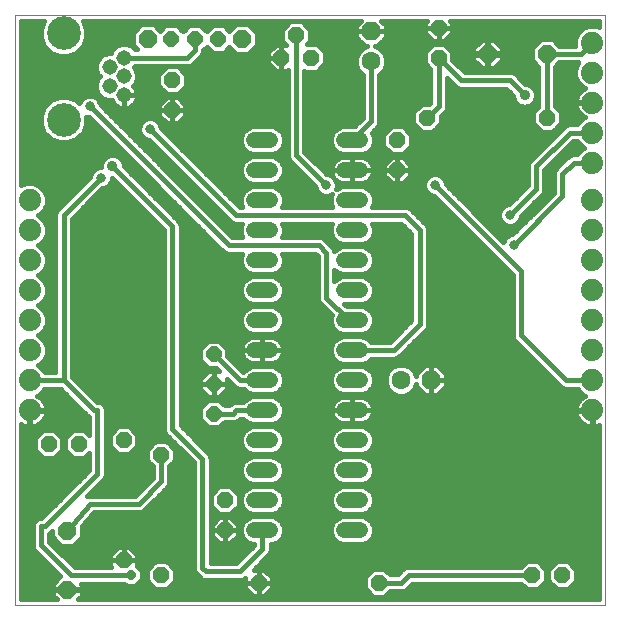
<source format=gbl>
G75*
%MOIN*%
%OFA0B0*%
%FSLAX25Y25*%
%IPPOS*%
%LPD*%
%AMOC8*
5,1,8,0,0,1.08239X$1,22.5*
%
%ADD10C,0.00000*%
%ADD11OC8,0.05200*%
%ADD12C,0.06300*%
%ADD13OC8,0.06300*%
%ADD14C,0.07400*%
%ADD15C,0.05150*%
%ADD16C,0.11220*%
%ADD17OC8,0.05937*%
%ADD18C,0.05200*%
%ADD19OC8,0.05150*%
%ADD20C,0.03169*%
%ADD21C,0.01600*%
%ADD22OC8,0.03169*%
%ADD23C,0.03562*%
D10*
X0001800Y0003050D02*
X0001800Y0199900D01*
X0198650Y0199900D01*
X0198650Y0003050D01*
X0001800Y0003050D01*
D11*
X0038050Y0018050D03*
X0050550Y0013050D03*
X0071800Y0028050D03*
X0071800Y0038050D03*
X0050550Y0053050D03*
X0038050Y0058050D03*
X0023050Y0056800D03*
X0013050Y0056800D03*
X0083050Y0010550D03*
X0123050Y0010550D03*
X0174300Y0013050D03*
X0184300Y0013050D03*
X0129300Y0148050D03*
X0129300Y0158050D03*
X0139300Y0165550D03*
X0143050Y0185550D03*
X0143050Y0195550D03*
X0179300Y0165550D03*
X0100550Y0185550D03*
X0095550Y0193050D03*
X0090550Y0185550D03*
X0054300Y0178050D03*
X0054300Y0168050D03*
D12*
X0120550Y0184300D03*
X0130550Y0078050D03*
D13*
X0140550Y0078050D03*
X0120550Y0194300D03*
D14*
X0194300Y0190550D03*
X0194300Y0180550D03*
X0194300Y0170550D03*
X0194300Y0160550D03*
X0194300Y0150550D03*
X0194300Y0138050D03*
X0194300Y0128050D03*
X0194300Y0118050D03*
X0194300Y0108050D03*
X0194300Y0098050D03*
X0194300Y0088050D03*
X0194300Y0078050D03*
X0194300Y0068050D03*
X0006800Y0068050D03*
X0006800Y0078050D03*
X0006800Y0088050D03*
X0006800Y0098050D03*
X0006800Y0108050D03*
X0006800Y0118050D03*
X0006800Y0128050D03*
X0006800Y0138050D03*
D15*
X0038129Y0173001D03*
X0033404Y0176150D03*
X0038129Y0179300D03*
X0033404Y0182450D03*
X0038129Y0185599D03*
D16*
X0018050Y0193670D03*
X0018050Y0164930D03*
D17*
X0046052Y0191800D03*
X0077548Y0191800D03*
X0159457Y0186800D03*
X0179143Y0186800D03*
X0019300Y0027893D03*
X0019300Y0008207D03*
D18*
X0081700Y0028050D02*
X0086900Y0028050D01*
X0086900Y0038050D02*
X0081700Y0038050D01*
X0081700Y0048050D02*
X0086900Y0048050D01*
X0086900Y0058050D02*
X0081700Y0058050D01*
X0081700Y0068050D02*
X0086900Y0068050D01*
X0086900Y0078050D02*
X0081700Y0078050D01*
X0081700Y0088050D02*
X0086900Y0088050D01*
X0086900Y0098050D02*
X0081700Y0098050D01*
X0081700Y0108050D02*
X0086900Y0108050D01*
X0086900Y0118050D02*
X0081700Y0118050D01*
X0081700Y0128050D02*
X0086900Y0128050D01*
X0086900Y0138050D02*
X0081700Y0138050D01*
X0081700Y0148050D02*
X0086900Y0148050D01*
X0086900Y0158050D02*
X0081700Y0158050D01*
X0111700Y0158050D02*
X0116900Y0158050D01*
X0116900Y0148050D02*
X0111700Y0148050D01*
X0111700Y0138050D02*
X0116900Y0138050D01*
X0116900Y0128050D02*
X0111700Y0128050D01*
X0111700Y0118050D02*
X0116900Y0118050D01*
X0116900Y0108050D02*
X0111700Y0108050D01*
X0111700Y0098050D02*
X0116900Y0098050D01*
X0116900Y0088050D02*
X0111700Y0088050D01*
X0111700Y0078050D02*
X0116900Y0078050D01*
X0116900Y0068050D02*
X0111700Y0068050D01*
X0111700Y0058050D02*
X0116900Y0058050D01*
X0116900Y0048050D02*
X0111700Y0048050D01*
X0111700Y0038050D02*
X0116900Y0038050D01*
X0116900Y0028050D02*
X0111700Y0028050D01*
D19*
X0068050Y0066957D03*
X0068050Y0076800D03*
X0068050Y0086643D03*
X0069674Y0191800D03*
X0061800Y0191800D03*
X0053926Y0191800D03*
D20*
X0026800Y0169300D03*
X0046800Y0161800D03*
X0030550Y0145550D03*
X0105550Y0143050D03*
X0141800Y0143050D03*
X0166800Y0133050D03*
X0168050Y0123050D03*
D21*
X0184300Y0139300D01*
X0184300Y0146800D01*
X0188050Y0150550D01*
X0194300Y0150550D01*
X0190598Y0154909D02*
X0185118Y0154909D01*
X0186717Y0156507D02*
X0190282Y0156507D01*
X0191071Y0155718D02*
X0189468Y0157321D01*
X0189290Y0157750D01*
X0187960Y0157750D01*
X0178350Y0148140D01*
X0178350Y0141243D01*
X0177924Y0140214D01*
X0177136Y0139426D01*
X0177136Y0139426D01*
X0170384Y0132674D01*
X0170384Y0132337D01*
X0169839Y0131020D01*
X0168830Y0130011D01*
X0167513Y0129466D01*
X0166087Y0129466D01*
X0164770Y0130011D01*
X0163761Y0131020D01*
X0163216Y0132337D01*
X0163216Y0133763D01*
X0163761Y0135080D01*
X0164770Y0136089D01*
X0166087Y0136634D01*
X0166424Y0136634D01*
X0172750Y0142960D01*
X0172750Y0149857D01*
X0173176Y0150886D01*
X0184426Y0162136D01*
X0184426Y0162136D01*
X0185214Y0162924D01*
X0186243Y0163350D01*
X0189290Y0163350D01*
X0189468Y0163779D01*
X0191071Y0165382D01*
X0191764Y0165669D01*
X0191417Y0165846D01*
X0190717Y0166355D01*
X0190105Y0166967D01*
X0189596Y0167667D01*
X0189203Y0168439D01*
X0188935Y0169262D01*
X0188800Y0170117D01*
X0188800Y0170350D01*
X0194100Y0170350D01*
X0194100Y0170750D01*
X0188800Y0170750D01*
X0188800Y0170983D01*
X0188935Y0171838D01*
X0189203Y0172661D01*
X0189596Y0173433D01*
X0190105Y0174133D01*
X0190717Y0174745D01*
X0191417Y0175254D01*
X0191764Y0175431D01*
X0191071Y0175718D01*
X0189468Y0177321D01*
X0188600Y0179416D01*
X0188600Y0181684D01*
X0189468Y0183779D01*
X0189689Y0184000D01*
X0183369Y0184000D01*
X0181943Y0182573D01*
X0181943Y0169413D01*
X0183900Y0167455D01*
X0183900Y0163645D01*
X0181205Y0160950D01*
X0177395Y0160950D01*
X0174700Y0163645D01*
X0174700Y0167455D01*
X0176343Y0169098D01*
X0176343Y0182573D01*
X0174174Y0184742D01*
X0174174Y0188858D01*
X0177084Y0191768D01*
X0181201Y0191768D01*
X0183369Y0189600D01*
X0188600Y0189600D01*
X0188600Y0191684D01*
X0189468Y0193779D01*
X0191071Y0195382D01*
X0193166Y0196250D01*
X0195434Y0196250D01*
X0196650Y0195746D01*
X0196650Y0197900D01*
X0146922Y0197900D01*
X0147450Y0197373D01*
X0147450Y0195550D01*
X0143050Y0195550D01*
X0143050Y0195550D01*
X0147450Y0195550D01*
X0147450Y0193727D01*
X0144873Y0191150D01*
X0143050Y0191150D01*
X0143050Y0195550D01*
X0143050Y0195550D01*
X0143050Y0195550D01*
X0138650Y0195550D01*
X0138650Y0197373D01*
X0139178Y0197900D01*
X0123950Y0197900D01*
X0125500Y0196350D01*
X0125500Y0194300D01*
X0120550Y0194300D01*
X0120550Y0194300D01*
X0125500Y0194300D01*
X0125500Y0192250D01*
X0122600Y0189350D01*
X0121816Y0189350D01*
X0123467Y0188666D01*
X0124916Y0187217D01*
X0125700Y0185324D01*
X0125700Y0183276D01*
X0124916Y0181383D01*
X0123467Y0179934D01*
X0123350Y0179885D01*
X0123350Y0163743D01*
X0122924Y0162714D01*
X0122136Y0161926D01*
X0120819Y0160609D01*
X0121500Y0158965D01*
X0121500Y0157135D01*
X0120800Y0155444D01*
X0119506Y0154150D01*
X0117815Y0153450D01*
X0110785Y0153450D01*
X0109094Y0154150D01*
X0107800Y0155444D01*
X0107100Y0157135D01*
X0107100Y0158965D01*
X0107800Y0160656D01*
X0109094Y0161950D01*
X0110785Y0162650D01*
X0114940Y0162650D01*
X0117750Y0165460D01*
X0117750Y0179885D01*
X0117633Y0179934D01*
X0116184Y0181383D01*
X0115400Y0183276D01*
X0115400Y0185324D01*
X0116184Y0187217D01*
X0117633Y0188666D01*
X0119284Y0189350D01*
X0118500Y0189350D01*
X0115600Y0192250D01*
X0115600Y0194300D01*
X0120550Y0194300D01*
X0120550Y0194300D01*
X0115600Y0194300D01*
X0115600Y0196350D01*
X0117150Y0197900D01*
X0024535Y0197900D01*
X0025660Y0195184D01*
X0025660Y0192156D01*
X0024502Y0189359D01*
X0022361Y0187218D01*
X0019564Y0186060D01*
X0016536Y0186060D01*
X0013739Y0187218D01*
X0011598Y0189359D01*
X0010440Y0192156D01*
X0010440Y0195184D01*
X0011565Y0197900D01*
X0003800Y0197900D01*
X0003800Y0142977D01*
X0005666Y0143750D01*
X0007934Y0143750D01*
X0010029Y0142882D01*
X0011632Y0141279D01*
X0012500Y0139184D01*
X0012500Y0136916D01*
X0011632Y0134821D01*
X0010029Y0133218D01*
X0009624Y0133050D01*
X0010029Y0132882D01*
X0011632Y0131279D01*
X0012500Y0129184D01*
X0012500Y0126916D01*
X0011632Y0124821D01*
X0010029Y0123218D01*
X0009624Y0123050D01*
X0010029Y0122882D01*
X0011632Y0121279D01*
X0012500Y0119184D01*
X0012500Y0116916D01*
X0011632Y0114821D01*
X0010029Y0113218D01*
X0009624Y0113050D01*
X0010029Y0112882D01*
X0011632Y0111279D01*
X0012500Y0109184D01*
X0012500Y0106916D01*
X0011632Y0104821D01*
X0010029Y0103218D01*
X0009624Y0103050D01*
X0010029Y0102882D01*
X0011632Y0101279D01*
X0012500Y0099184D01*
X0012500Y0096916D01*
X0011632Y0094821D01*
X0010029Y0093218D01*
X0009624Y0093050D01*
X0010029Y0092882D01*
X0011632Y0091279D01*
X0012500Y0089184D01*
X0012500Y0086916D01*
X0011632Y0084821D01*
X0010029Y0083218D01*
X0009624Y0083050D01*
X0010029Y0082882D01*
X0011632Y0081279D01*
X0011810Y0080850D01*
X0015250Y0080850D01*
X0015250Y0133607D01*
X0015676Y0134636D01*
X0016464Y0135424D01*
X0026966Y0145926D01*
X0026966Y0146263D01*
X0027511Y0147580D01*
X0028520Y0148589D01*
X0029837Y0149134D01*
X0030519Y0149134D01*
X0030519Y0150052D01*
X0031095Y0151442D01*
X0032158Y0152505D01*
X0033548Y0153081D01*
X0035052Y0153081D01*
X0036442Y0152505D01*
X0037505Y0151442D01*
X0038081Y0150052D01*
X0038081Y0149479D01*
X0055886Y0131674D01*
X0056674Y0130886D01*
X0057100Y0129857D01*
X0057100Y0062960D01*
X0065886Y0054174D01*
X0066674Y0053386D01*
X0067100Y0052357D01*
X0067100Y0017100D01*
X0075640Y0017100D01*
X0081500Y0022960D01*
X0081500Y0023450D01*
X0080785Y0023450D01*
X0079094Y0024150D01*
X0077800Y0025444D01*
X0077100Y0027135D01*
X0077100Y0028965D01*
X0077800Y0030656D01*
X0079094Y0031950D01*
X0080785Y0032650D01*
X0087815Y0032650D01*
X0089506Y0031950D01*
X0090800Y0030656D01*
X0091500Y0028965D01*
X0091500Y0027135D01*
X0090800Y0025444D01*
X0089506Y0024150D01*
X0087815Y0023450D01*
X0087100Y0023450D01*
X0087100Y0021243D01*
X0086674Y0020214D01*
X0081410Y0014950D01*
X0083050Y0014950D01*
X0083050Y0010550D01*
X0083050Y0010550D01*
X0087450Y0010550D01*
X0087450Y0012373D01*
X0084873Y0014950D01*
X0083050Y0014950D01*
X0083050Y0010550D01*
X0083050Y0010550D01*
X0087450Y0010550D01*
X0087450Y0008727D01*
X0084873Y0006150D01*
X0083050Y0006150D01*
X0083050Y0010550D01*
X0083050Y0010550D01*
X0083050Y0010550D01*
X0078650Y0010550D01*
X0078650Y0012190D01*
X0078386Y0011926D01*
X0077357Y0011500D01*
X0064993Y0011500D01*
X0063964Y0011926D01*
X0063176Y0012714D01*
X0061926Y0013964D01*
X0061500Y0014993D01*
X0061500Y0050640D01*
X0051926Y0060214D01*
X0051500Y0061243D01*
X0051500Y0128140D01*
X0034134Y0145506D01*
X0034134Y0144837D01*
X0033589Y0143520D01*
X0032580Y0142511D01*
X0031263Y0141966D01*
X0030926Y0141966D01*
X0020850Y0131890D01*
X0020850Y0079210D01*
X0029210Y0070850D01*
X0029857Y0070850D01*
X0030886Y0070424D01*
X0031674Y0069636D01*
X0032100Y0068607D01*
X0032100Y0046243D01*
X0031674Y0045214D01*
X0025824Y0039365D01*
X0026191Y0039550D01*
X0026300Y0039558D01*
X0026401Y0039600D01*
X0026852Y0039600D01*
X0027302Y0039634D01*
X0027406Y0039600D01*
X0041890Y0039600D01*
X0047750Y0045460D01*
X0047750Y0049345D01*
X0045950Y0051145D01*
X0045950Y0054955D01*
X0048645Y0057650D01*
X0052455Y0057650D01*
X0055150Y0054955D01*
X0055150Y0051145D01*
X0053350Y0049345D01*
X0053350Y0043743D01*
X0052924Y0042714D01*
X0052136Y0041926D01*
X0052136Y0041926D01*
X0044636Y0034426D01*
X0043607Y0034000D01*
X0028243Y0034000D01*
X0024268Y0029377D01*
X0024268Y0025834D01*
X0021358Y0022924D01*
X0017242Y0022924D01*
X0014331Y0025834D01*
X0014331Y0027872D01*
X0014174Y0027714D01*
X0013386Y0026926D01*
X0013350Y0026911D01*
X0013350Y0024210D01*
X0021710Y0015850D01*
X0034027Y0015850D01*
X0033650Y0016227D01*
X0033650Y0018050D01*
X0038050Y0018050D01*
X0038050Y0018050D01*
X0038050Y0022450D01*
X0039873Y0022450D01*
X0042450Y0019873D01*
X0042450Y0018050D01*
X0038050Y0018050D01*
X0038050Y0018050D01*
X0038050Y0018050D01*
X0038050Y0022450D01*
X0036227Y0022450D01*
X0033650Y0019873D01*
X0033650Y0018050D01*
X0038050Y0018050D01*
X0042450Y0018050D01*
X0042450Y0016227D01*
X0042446Y0016223D01*
X0044134Y0014535D01*
X0044134Y0011565D01*
X0042035Y0009466D01*
X0039065Y0009466D01*
X0038281Y0010250D01*
X0024001Y0010250D01*
X0024068Y0010183D01*
X0024068Y0008392D01*
X0019484Y0008392D01*
X0019484Y0008023D01*
X0024068Y0008023D01*
X0024068Y0006232D01*
X0022886Y0005050D01*
X0196650Y0005050D01*
X0196650Y0063075D01*
X0196411Y0062953D01*
X0195588Y0062685D01*
X0194733Y0062550D01*
X0194500Y0062550D01*
X0194500Y0067850D01*
X0194100Y0067850D01*
X0194100Y0062550D01*
X0193867Y0062550D01*
X0193012Y0062685D01*
X0192189Y0062953D01*
X0191417Y0063346D01*
X0190717Y0063855D01*
X0190105Y0064467D01*
X0189596Y0065167D01*
X0189203Y0065939D01*
X0188935Y0066762D01*
X0188800Y0067617D01*
X0188800Y0067850D01*
X0194100Y0067850D01*
X0194100Y0068250D01*
X0188800Y0068250D01*
X0188800Y0068483D01*
X0188935Y0069338D01*
X0189203Y0070161D01*
X0189596Y0070933D01*
X0190105Y0071633D01*
X0190717Y0072245D01*
X0191417Y0072754D01*
X0191764Y0072931D01*
X0191071Y0073218D01*
X0189468Y0074821D01*
X0189290Y0075250D01*
X0184993Y0075250D01*
X0183964Y0075676D01*
X0183176Y0076464D01*
X0183176Y0076464D01*
X0168176Y0091464D01*
X0167750Y0092493D01*
X0167750Y0113140D01*
X0141424Y0139466D01*
X0141087Y0139466D01*
X0139770Y0140011D01*
X0138761Y0141020D01*
X0138216Y0142337D01*
X0138216Y0143763D01*
X0138761Y0145080D01*
X0139770Y0146089D01*
X0141087Y0146634D01*
X0142513Y0146634D01*
X0143830Y0146089D01*
X0144839Y0145080D01*
X0145384Y0143763D01*
X0145384Y0143426D01*
X0164636Y0124174D01*
X0165011Y0125080D01*
X0166020Y0126089D01*
X0167337Y0126634D01*
X0167674Y0126634D01*
X0181500Y0140460D01*
X0181500Y0147357D01*
X0181926Y0148386D01*
X0185676Y0152136D01*
X0186464Y0152924D01*
X0187493Y0153350D01*
X0189290Y0153350D01*
X0189468Y0153779D01*
X0191071Y0155382D01*
X0191476Y0155550D01*
X0191071Y0155718D01*
X0187397Y0153310D02*
X0183520Y0153310D01*
X0181921Y0151712D02*
X0185252Y0151712D01*
X0183653Y0150113D02*
X0180323Y0150113D01*
X0178724Y0148515D02*
X0182055Y0148515D01*
X0181500Y0146916D02*
X0178350Y0146916D01*
X0178350Y0145318D02*
X0181500Y0145318D01*
X0181500Y0143719D02*
X0178350Y0143719D01*
X0178350Y0142120D02*
X0181500Y0142120D01*
X0181500Y0140522D02*
X0178051Y0140522D01*
X0176633Y0138923D02*
X0179964Y0138923D01*
X0178365Y0137325D02*
X0175035Y0137325D01*
X0173436Y0135726D02*
X0176767Y0135726D01*
X0175168Y0134128D02*
X0171838Y0134128D01*
X0170384Y0132529D02*
X0173570Y0132529D01*
X0171971Y0130931D02*
X0169750Y0130931D01*
X0170373Y0129332D02*
X0159477Y0129332D01*
X0161076Y0127734D02*
X0168774Y0127734D01*
X0166133Y0126135D02*
X0162674Y0126135D01*
X0164273Y0124537D02*
X0164786Y0124537D01*
X0161149Y0119741D02*
X0139600Y0119741D01*
X0139600Y0118143D02*
X0162747Y0118143D01*
X0164346Y0116544D02*
X0139600Y0116544D01*
X0139600Y0114946D02*
X0165944Y0114946D01*
X0167543Y0113347D02*
X0139600Y0113347D01*
X0139600Y0111749D02*
X0167750Y0111749D01*
X0167750Y0110150D02*
X0139600Y0110150D01*
X0139600Y0108552D02*
X0167750Y0108552D01*
X0167750Y0106953D02*
X0139600Y0106953D01*
X0139600Y0105355D02*
X0167750Y0105355D01*
X0167750Y0103756D02*
X0139600Y0103756D01*
X0139600Y0102158D02*
X0167750Y0102158D01*
X0167750Y0100559D02*
X0139600Y0100559D01*
X0139600Y0098961D02*
X0167750Y0098961D01*
X0167750Y0097362D02*
X0139600Y0097362D01*
X0139600Y0096243D02*
X0139600Y0128607D01*
X0139174Y0129636D01*
X0138386Y0130424D01*
X0133386Y0135424D01*
X0132357Y0135850D01*
X0120968Y0135850D01*
X0121500Y0137135D01*
X0121500Y0138965D01*
X0120800Y0140656D01*
X0119506Y0141950D01*
X0117815Y0142650D01*
X0110785Y0142650D01*
X0109094Y0141950D01*
X0108889Y0141744D01*
X0109134Y0142337D01*
X0109134Y0143763D01*
X0108689Y0144839D01*
X0108834Y0144694D01*
X0109394Y0144287D01*
X0110011Y0143972D01*
X0110670Y0143758D01*
X0111354Y0143650D01*
X0114300Y0143650D01*
X0117246Y0143650D01*
X0117930Y0143758D01*
X0118589Y0143972D01*
X0119206Y0144287D01*
X0119766Y0144694D01*
X0120256Y0145184D01*
X0120663Y0145744D01*
X0120978Y0146361D01*
X0121192Y0147020D01*
X0121300Y0147704D01*
X0121300Y0148050D01*
X0121300Y0148396D01*
X0121192Y0149080D01*
X0120978Y0149739D01*
X0120663Y0150356D01*
X0120256Y0150916D01*
X0119766Y0151406D01*
X0119206Y0151813D01*
X0118589Y0152128D01*
X0117930Y0152342D01*
X0117246Y0152450D01*
X0114300Y0152450D01*
X0114300Y0148050D01*
X0114300Y0148050D01*
X0121300Y0148050D01*
X0114300Y0148050D01*
X0114300Y0148050D01*
X0114300Y0148050D01*
X0107300Y0148050D01*
X0107300Y0148396D01*
X0107408Y0149080D01*
X0107622Y0149739D01*
X0107937Y0150356D01*
X0108344Y0150916D01*
X0108834Y0151406D01*
X0109394Y0151813D01*
X0110011Y0152128D01*
X0110670Y0152342D01*
X0111354Y0152450D01*
X0114300Y0152450D01*
X0114300Y0148050D01*
X0114300Y0143650D01*
X0114300Y0148050D01*
X0114300Y0148050D01*
X0107300Y0148050D01*
X0107300Y0147704D01*
X0107408Y0147020D01*
X0107622Y0146361D01*
X0107937Y0145744D01*
X0107968Y0145701D01*
X0107580Y0146089D01*
X0106263Y0146634D01*
X0105926Y0146634D01*
X0098350Y0154210D01*
X0098350Y0181245D01*
X0098645Y0180950D01*
X0102455Y0180950D01*
X0105150Y0183645D01*
X0105150Y0187455D01*
X0102455Y0190150D01*
X0099155Y0190150D01*
X0100150Y0191145D01*
X0100150Y0194955D01*
X0097455Y0197650D01*
X0093645Y0197650D01*
X0090950Y0194955D01*
X0090950Y0191145D01*
X0092145Y0189950D01*
X0090550Y0189950D01*
X0090550Y0185550D01*
X0090550Y0185550D01*
X0090550Y0181150D01*
X0092373Y0181150D01*
X0092750Y0181527D01*
X0092750Y0152493D01*
X0093176Y0151464D01*
X0101966Y0142674D01*
X0101966Y0142337D01*
X0102511Y0141020D01*
X0103520Y0140011D01*
X0104837Y0139466D01*
X0106263Y0139466D01*
X0107524Y0139988D01*
X0107100Y0138965D01*
X0107100Y0137135D01*
X0107632Y0135850D01*
X0090968Y0135850D01*
X0091500Y0137135D01*
X0091500Y0138965D01*
X0090800Y0140656D01*
X0089506Y0141950D01*
X0087815Y0142650D01*
X0080785Y0142650D01*
X0079094Y0141950D01*
X0077800Y0140656D01*
X0077100Y0138965D01*
X0077100Y0137135D01*
X0077632Y0135850D01*
X0076710Y0135850D01*
X0050384Y0162176D01*
X0050384Y0162513D01*
X0049839Y0163830D01*
X0048830Y0164839D01*
X0047513Y0165384D01*
X0046087Y0165384D01*
X0044770Y0164839D01*
X0043761Y0163830D01*
X0043216Y0162513D01*
X0043216Y0161087D01*
X0043761Y0159770D01*
X0044770Y0158761D01*
X0046087Y0158216D01*
X0046424Y0158216D01*
X0073176Y0131464D01*
X0073964Y0130676D01*
X0074993Y0130250D01*
X0077632Y0130250D01*
X0077100Y0128965D01*
X0077100Y0127135D01*
X0077632Y0125850D01*
X0074210Y0125850D01*
X0030384Y0169676D01*
X0030384Y0170013D01*
X0029839Y0171330D01*
X0028830Y0172339D01*
X0027513Y0172884D01*
X0026087Y0172884D01*
X0024770Y0172339D01*
X0023761Y0171330D01*
X0023366Y0170376D01*
X0022361Y0171382D01*
X0019564Y0172540D01*
X0016536Y0172540D01*
X0013739Y0171382D01*
X0011598Y0169241D01*
X0010440Y0166444D01*
X0010440Y0163416D01*
X0011598Y0160619D01*
X0013739Y0158478D01*
X0016536Y0157320D01*
X0019564Y0157320D01*
X0022361Y0158478D01*
X0024502Y0160619D01*
X0025660Y0163416D01*
X0025660Y0165893D01*
X0026087Y0165716D01*
X0026424Y0165716D01*
X0070676Y0121464D01*
X0071464Y0120676D01*
X0072493Y0120250D01*
X0077632Y0120250D01*
X0077100Y0118965D01*
X0077100Y0117135D01*
X0077800Y0115444D01*
X0079094Y0114150D01*
X0080785Y0113450D01*
X0087815Y0113450D01*
X0089506Y0114150D01*
X0090800Y0115444D01*
X0091500Y0117135D01*
X0091500Y0118965D01*
X0090968Y0120250D01*
X0101890Y0120250D01*
X0102750Y0119390D01*
X0102750Y0104993D01*
X0103176Y0103964D01*
X0107415Y0099725D01*
X0107100Y0098965D01*
X0107100Y0097135D01*
X0107800Y0095444D01*
X0109094Y0094150D01*
X0110785Y0093450D01*
X0117815Y0093450D01*
X0119506Y0094150D01*
X0120800Y0095444D01*
X0121500Y0097135D01*
X0121500Y0098965D01*
X0120800Y0100656D01*
X0119506Y0101950D01*
X0117815Y0102650D01*
X0112410Y0102650D01*
X0111610Y0103450D01*
X0117815Y0103450D01*
X0119506Y0104150D01*
X0120800Y0105444D01*
X0121500Y0107135D01*
X0121500Y0108965D01*
X0120800Y0110656D01*
X0119506Y0111950D01*
X0117815Y0112650D01*
X0110785Y0112650D01*
X0109094Y0111950D01*
X0108350Y0111205D01*
X0108350Y0114895D01*
X0109094Y0114150D01*
X0110785Y0113450D01*
X0117815Y0113450D01*
X0119506Y0114150D01*
X0120800Y0115444D01*
X0121500Y0117135D01*
X0121500Y0118965D01*
X0120800Y0120656D01*
X0119506Y0121950D01*
X0117815Y0122650D01*
X0110785Y0122650D01*
X0109094Y0121950D01*
X0108321Y0121177D01*
X0107924Y0122136D01*
X0107136Y0122924D01*
X0104636Y0125424D01*
X0103607Y0125850D01*
X0090968Y0125850D01*
X0091500Y0127135D01*
X0091500Y0128965D01*
X0090968Y0130250D01*
X0107632Y0130250D01*
X0107100Y0128965D01*
X0107100Y0127135D01*
X0107800Y0125444D01*
X0109094Y0124150D01*
X0110785Y0123450D01*
X0117815Y0123450D01*
X0119506Y0124150D01*
X0120800Y0125444D01*
X0121500Y0127135D01*
X0121500Y0128965D01*
X0120968Y0130250D01*
X0130640Y0130250D01*
X0134000Y0126890D01*
X0134000Y0097960D01*
X0126890Y0090850D01*
X0120605Y0090850D01*
X0119506Y0091950D01*
X0117815Y0092650D01*
X0110785Y0092650D01*
X0109094Y0091950D01*
X0107800Y0090656D01*
X0107100Y0088965D01*
X0107100Y0087135D01*
X0107800Y0085444D01*
X0109094Y0084150D01*
X0110785Y0083450D01*
X0117815Y0083450D01*
X0119506Y0084150D01*
X0120605Y0085250D01*
X0128607Y0085250D01*
X0129636Y0085676D01*
X0130424Y0086464D01*
X0139174Y0095214D01*
X0139600Y0096243D01*
X0139401Y0095764D02*
X0167750Y0095764D01*
X0167750Y0094165D02*
X0138125Y0094165D01*
X0136526Y0092567D02*
X0167750Y0092567D01*
X0168672Y0090968D02*
X0134928Y0090968D01*
X0133329Y0089370D02*
X0170271Y0089370D01*
X0171869Y0087771D02*
X0131731Y0087771D01*
X0130132Y0086173D02*
X0173468Y0086173D01*
X0175066Y0084574D02*
X0119929Y0084574D01*
X0119506Y0081950D02*
X0117815Y0082650D01*
X0110785Y0082650D01*
X0109094Y0081950D01*
X0107800Y0080656D01*
X0107100Y0078965D01*
X0107100Y0077135D01*
X0107800Y0075444D01*
X0109094Y0074150D01*
X0110785Y0073450D01*
X0117815Y0073450D01*
X0119506Y0074150D01*
X0120800Y0075444D01*
X0121500Y0077135D01*
X0121500Y0078965D01*
X0120800Y0080656D01*
X0119506Y0081950D01*
X0120078Y0081377D02*
X0126594Y0081377D01*
X0126184Y0080967D02*
X0125400Y0079074D01*
X0125400Y0077026D01*
X0126184Y0075133D01*
X0127633Y0073684D01*
X0129526Y0072900D01*
X0131574Y0072900D01*
X0133467Y0073684D01*
X0134916Y0075133D01*
X0135600Y0076784D01*
X0135600Y0076000D01*
X0138500Y0073100D01*
X0140550Y0073100D01*
X0142600Y0073100D01*
X0145500Y0076000D01*
X0145500Y0078050D01*
X0145500Y0080100D01*
X0142600Y0083000D01*
X0140550Y0083000D01*
X0140550Y0078050D01*
X0145500Y0078050D01*
X0140550Y0078050D01*
X0140550Y0078050D01*
X0140550Y0078050D01*
X0140550Y0073100D01*
X0140550Y0078050D01*
X0140550Y0078050D01*
X0140550Y0083000D01*
X0138500Y0083000D01*
X0135600Y0080100D01*
X0135600Y0079316D01*
X0134916Y0080967D01*
X0133467Y0082416D01*
X0131574Y0083200D01*
X0129526Y0083200D01*
X0127633Y0082416D01*
X0126184Y0080967D01*
X0125692Y0079779D02*
X0121163Y0079779D01*
X0121500Y0078180D02*
X0125400Y0078180D01*
X0125584Y0076582D02*
X0121271Y0076582D01*
X0120338Y0074983D02*
X0126334Y0074983D01*
X0128356Y0073384D02*
X0070821Y0073384D01*
X0069862Y0072425D02*
X0072425Y0074988D01*
X0072425Y0076800D01*
X0072425Y0078465D01*
X0075214Y0075676D01*
X0076243Y0075250D01*
X0077995Y0075250D01*
X0079094Y0074150D01*
X0080785Y0073450D01*
X0087815Y0073450D01*
X0089506Y0074150D01*
X0090800Y0075444D01*
X0091500Y0077135D01*
X0091500Y0078965D01*
X0090800Y0080656D01*
X0089506Y0081950D01*
X0087815Y0082650D01*
X0080785Y0082650D01*
X0079094Y0081950D01*
X0077995Y0080850D01*
X0077960Y0080850D01*
X0072625Y0086185D01*
X0072625Y0088537D01*
X0069945Y0091217D01*
X0066155Y0091217D01*
X0063475Y0088537D01*
X0063475Y0084748D01*
X0066155Y0082068D01*
X0068822Y0082068D01*
X0069715Y0081175D01*
X0068050Y0081175D01*
X0066238Y0081175D01*
X0063675Y0078612D01*
X0063675Y0076800D01*
X0068050Y0076800D01*
X0068050Y0076800D01*
X0068050Y0081175D01*
X0068050Y0076800D01*
X0072425Y0076800D01*
X0068050Y0076800D01*
X0068050Y0076800D01*
X0068050Y0076800D01*
X0068050Y0072425D01*
X0069862Y0072425D01*
X0069945Y0071532D02*
X0071720Y0069757D01*
X0073298Y0069757D01*
X0073964Y0070424D01*
X0074993Y0070850D01*
X0077995Y0070850D01*
X0079094Y0071950D01*
X0080785Y0072650D01*
X0087815Y0072650D01*
X0089506Y0071950D01*
X0090800Y0070656D01*
X0091500Y0068965D01*
X0091500Y0067135D01*
X0090800Y0065444D01*
X0089506Y0064150D01*
X0087815Y0063450D01*
X0080785Y0063450D01*
X0079094Y0064150D01*
X0077995Y0065250D01*
X0076710Y0065250D01*
X0076044Y0064584D01*
X0075014Y0064157D01*
X0071720Y0064157D01*
X0069945Y0062383D01*
X0066155Y0062383D01*
X0063475Y0065063D01*
X0063475Y0068852D01*
X0066155Y0071532D01*
X0069945Y0071532D01*
X0071290Y0070187D02*
X0073728Y0070187D01*
X0075550Y0068050D02*
X0074457Y0066957D01*
X0068050Y0066957D01*
X0064810Y0070187D02*
X0057100Y0070187D01*
X0057100Y0068589D02*
X0063475Y0068589D01*
X0063475Y0066990D02*
X0057100Y0066990D01*
X0057100Y0065392D02*
X0063475Y0065392D01*
X0064744Y0063793D02*
X0057100Y0063793D01*
X0057865Y0062195D02*
X0079686Y0062195D01*
X0079094Y0061950D02*
X0077800Y0060656D01*
X0077100Y0058965D01*
X0077100Y0057135D01*
X0077800Y0055444D01*
X0079094Y0054150D01*
X0080785Y0053450D01*
X0087815Y0053450D01*
X0089506Y0054150D01*
X0090800Y0055444D01*
X0091500Y0057135D01*
X0091500Y0058965D01*
X0090800Y0060656D01*
X0089506Y0061950D01*
X0087815Y0062650D01*
X0080785Y0062650D01*
X0079094Y0061950D01*
X0077776Y0060596D02*
X0059463Y0060596D01*
X0061062Y0058998D02*
X0077114Y0058998D01*
X0077100Y0057399D02*
X0062660Y0057399D01*
X0064259Y0055801D02*
X0077653Y0055801D01*
X0079042Y0054202D02*
X0065857Y0054202D01*
X0066998Y0052604D02*
X0080674Y0052604D01*
X0080785Y0052650D02*
X0079094Y0051950D01*
X0077800Y0050656D01*
X0077100Y0048965D01*
X0077100Y0047135D01*
X0077800Y0045444D01*
X0079094Y0044150D01*
X0080785Y0043450D01*
X0087815Y0043450D01*
X0089506Y0044150D01*
X0090800Y0045444D01*
X0091500Y0047135D01*
X0091500Y0048965D01*
X0090800Y0050656D01*
X0089506Y0051950D01*
X0087815Y0052650D01*
X0080785Y0052650D01*
X0078150Y0051005D02*
X0067100Y0051005D01*
X0067100Y0049407D02*
X0077283Y0049407D01*
X0077100Y0047808D02*
X0067100Y0047808D01*
X0067100Y0046210D02*
X0077483Y0046210D01*
X0078633Y0044611D02*
X0067100Y0044611D01*
X0067100Y0043013D02*
X0196650Y0043013D01*
X0196650Y0044611D02*
X0119967Y0044611D01*
X0119506Y0044150D02*
X0120800Y0045444D01*
X0121500Y0047135D01*
X0121500Y0048965D01*
X0120800Y0050656D01*
X0119506Y0051950D01*
X0117815Y0052650D01*
X0110785Y0052650D01*
X0109094Y0051950D01*
X0107800Y0050656D01*
X0107100Y0048965D01*
X0107100Y0047135D01*
X0107800Y0045444D01*
X0109094Y0044150D01*
X0110785Y0043450D01*
X0117815Y0043450D01*
X0119506Y0044150D01*
X0119506Y0041950D02*
X0117815Y0042650D01*
X0110785Y0042650D01*
X0109094Y0041950D01*
X0107800Y0040656D01*
X0107100Y0038965D01*
X0107100Y0037135D01*
X0107800Y0035444D01*
X0109094Y0034150D01*
X0110785Y0033450D01*
X0117815Y0033450D01*
X0119506Y0034150D01*
X0120800Y0035444D01*
X0121500Y0037135D01*
X0121500Y0038965D01*
X0120800Y0040656D01*
X0119506Y0041950D01*
X0120041Y0041414D02*
X0196650Y0041414D01*
X0196650Y0039816D02*
X0121148Y0039816D01*
X0121500Y0038217D02*
X0196650Y0038217D01*
X0196650Y0036619D02*
X0121286Y0036619D01*
X0120376Y0035020D02*
X0196650Y0035020D01*
X0196650Y0033422D02*
X0067100Y0033422D01*
X0067100Y0035020D02*
X0068324Y0035020D01*
X0067200Y0036145D02*
X0069895Y0033450D01*
X0073705Y0033450D01*
X0076400Y0036145D01*
X0076400Y0039955D01*
X0073705Y0042650D01*
X0069895Y0042650D01*
X0067200Y0039955D01*
X0067200Y0036145D01*
X0067200Y0036619D02*
X0067100Y0036619D01*
X0067100Y0038217D02*
X0067200Y0038217D01*
X0067200Y0039816D02*
X0067100Y0039816D01*
X0067100Y0041414D02*
X0068659Y0041414D01*
X0074941Y0041414D02*
X0078559Y0041414D01*
X0079094Y0041950D02*
X0077800Y0040656D01*
X0077100Y0038965D01*
X0077100Y0037135D01*
X0077800Y0035444D01*
X0079094Y0034150D01*
X0080785Y0033450D01*
X0087815Y0033450D01*
X0089506Y0034150D01*
X0090800Y0035444D01*
X0091500Y0037135D01*
X0091500Y0038965D01*
X0090800Y0040656D01*
X0089506Y0041950D01*
X0087815Y0042650D01*
X0080785Y0042650D01*
X0079094Y0041950D01*
X0077452Y0039816D02*
X0076400Y0039816D01*
X0076400Y0038217D02*
X0077100Y0038217D01*
X0077314Y0036619D02*
X0076400Y0036619D01*
X0075276Y0035020D02*
X0078224Y0035020D01*
X0078968Y0031823D02*
X0074249Y0031823D01*
X0073623Y0032450D02*
X0071800Y0032450D01*
X0071800Y0028050D01*
X0071800Y0028050D01*
X0076200Y0028050D01*
X0076200Y0029873D01*
X0073623Y0032450D01*
X0071800Y0032450D02*
X0069977Y0032450D01*
X0067400Y0029873D01*
X0067400Y0028050D01*
X0071800Y0028050D01*
X0071800Y0028050D01*
X0071800Y0028050D01*
X0071800Y0032450D01*
X0071800Y0031823D02*
X0071800Y0031823D01*
X0071800Y0030225D02*
X0071800Y0030225D01*
X0071800Y0028626D02*
X0071800Y0028626D01*
X0071800Y0028050D02*
X0067400Y0028050D01*
X0067400Y0026227D01*
X0069977Y0023650D01*
X0071800Y0023650D01*
X0073623Y0023650D01*
X0076200Y0026227D01*
X0076200Y0028050D01*
X0071800Y0028050D01*
X0071800Y0023650D01*
X0071800Y0028050D01*
X0071800Y0028050D01*
X0071800Y0027028D02*
X0071800Y0027028D01*
X0071800Y0025429D02*
X0071800Y0025429D01*
X0071800Y0023831D02*
X0071800Y0023831D01*
X0073803Y0023831D02*
X0079866Y0023831D01*
X0080772Y0022232D02*
X0067100Y0022232D01*
X0067100Y0020634D02*
X0079174Y0020634D01*
X0077575Y0019035D02*
X0067100Y0019035D01*
X0067100Y0017437D02*
X0075977Y0017437D01*
X0076800Y0014300D02*
X0084300Y0021800D01*
X0084300Y0028050D01*
X0088734Y0023831D02*
X0109866Y0023831D01*
X0109094Y0024150D02*
X0110785Y0023450D01*
X0117815Y0023450D01*
X0119506Y0024150D01*
X0120800Y0025444D01*
X0121500Y0027135D01*
X0121500Y0028965D01*
X0120800Y0030656D01*
X0119506Y0031950D01*
X0117815Y0032650D01*
X0110785Y0032650D01*
X0109094Y0031950D01*
X0107800Y0030656D01*
X0107100Y0028965D01*
X0107100Y0027135D01*
X0107800Y0025444D01*
X0109094Y0024150D01*
X0107815Y0025429D02*
X0090785Y0025429D01*
X0091456Y0027028D02*
X0107144Y0027028D01*
X0107100Y0028626D02*
X0091500Y0028626D01*
X0090978Y0030225D02*
X0107622Y0030225D01*
X0108968Y0031823D02*
X0089632Y0031823D01*
X0090376Y0035020D02*
X0108224Y0035020D01*
X0107314Y0036619D02*
X0091286Y0036619D01*
X0091500Y0038217D02*
X0107100Y0038217D01*
X0107452Y0039816D02*
X0091148Y0039816D01*
X0090041Y0041414D02*
X0108559Y0041414D01*
X0108633Y0044611D02*
X0089967Y0044611D01*
X0091117Y0046210D02*
X0107483Y0046210D01*
X0107100Y0047808D02*
X0091500Y0047808D01*
X0091317Y0049407D02*
X0107283Y0049407D01*
X0108150Y0051005D02*
X0090450Y0051005D01*
X0087926Y0052604D02*
X0110674Y0052604D01*
X0110785Y0053450D02*
X0109094Y0054150D01*
X0107800Y0055444D01*
X0107100Y0057135D01*
X0107100Y0058965D01*
X0107800Y0060656D01*
X0109094Y0061950D01*
X0110785Y0062650D01*
X0117815Y0062650D01*
X0119506Y0061950D01*
X0120800Y0060656D01*
X0121500Y0058965D01*
X0121500Y0057135D01*
X0120800Y0055444D01*
X0119506Y0054150D01*
X0117815Y0053450D01*
X0110785Y0053450D01*
X0109042Y0054202D02*
X0089558Y0054202D01*
X0090947Y0055801D02*
X0107653Y0055801D01*
X0107100Y0057399D02*
X0091500Y0057399D01*
X0091486Y0058998D02*
X0107114Y0058998D01*
X0107776Y0060596D02*
X0090824Y0060596D01*
X0088914Y0062195D02*
X0109686Y0062195D01*
X0110011Y0063972D02*
X0110670Y0063758D01*
X0111354Y0063650D01*
X0114300Y0063650D01*
X0117246Y0063650D01*
X0117930Y0063758D01*
X0118589Y0063972D01*
X0119206Y0064287D01*
X0119766Y0064694D01*
X0120256Y0065184D01*
X0120663Y0065744D01*
X0120978Y0066361D01*
X0121192Y0067020D01*
X0121300Y0067704D01*
X0121300Y0068050D01*
X0121300Y0068396D01*
X0121192Y0069080D01*
X0120978Y0069739D01*
X0120663Y0070356D01*
X0120256Y0070916D01*
X0119766Y0071406D01*
X0119206Y0071813D01*
X0118589Y0072128D01*
X0117930Y0072342D01*
X0117246Y0072450D01*
X0114300Y0072450D01*
X0114300Y0068050D01*
X0114300Y0068050D01*
X0121300Y0068050D01*
X0114300Y0068050D01*
X0114300Y0068050D01*
X0114300Y0063650D01*
X0114300Y0068050D01*
X0114300Y0068050D01*
X0114300Y0068050D01*
X0107300Y0068050D01*
X0107300Y0068396D01*
X0107408Y0069080D01*
X0107622Y0069739D01*
X0107937Y0070356D01*
X0108344Y0070916D01*
X0108834Y0071406D01*
X0109394Y0071813D01*
X0110011Y0072128D01*
X0110670Y0072342D01*
X0111354Y0072450D01*
X0114300Y0072450D01*
X0114300Y0068050D01*
X0107300Y0068050D01*
X0107300Y0067704D01*
X0107408Y0067020D01*
X0107622Y0066361D01*
X0107937Y0065744D01*
X0108344Y0065184D01*
X0108834Y0064694D01*
X0109394Y0064287D01*
X0110011Y0063972D01*
X0110562Y0063793D02*
X0088644Y0063793D01*
X0090747Y0065392D02*
X0108192Y0065392D01*
X0107418Y0066990D02*
X0091440Y0066990D01*
X0091500Y0068589D02*
X0107331Y0068589D01*
X0107851Y0070187D02*
X0090994Y0070187D01*
X0089669Y0071786D02*
X0109356Y0071786D01*
X0108262Y0074983D02*
X0090338Y0074983D01*
X0091271Y0076582D02*
X0107329Y0076582D01*
X0107100Y0078180D02*
X0091500Y0078180D01*
X0091163Y0079779D02*
X0107437Y0079779D01*
X0108522Y0081377D02*
X0090078Y0081377D01*
X0088589Y0083972D02*
X0087930Y0083758D01*
X0087246Y0083650D01*
X0084300Y0083650D01*
X0084300Y0088050D01*
X0084300Y0088050D01*
X0084300Y0092450D01*
X0087246Y0092450D01*
X0087930Y0092342D01*
X0088589Y0092128D01*
X0089206Y0091813D01*
X0089766Y0091406D01*
X0090256Y0090916D01*
X0090663Y0090356D01*
X0090978Y0089739D01*
X0091192Y0089080D01*
X0091300Y0088396D01*
X0091300Y0088050D01*
X0084300Y0088050D01*
X0084300Y0088050D01*
X0084300Y0088050D01*
X0084300Y0088050D01*
X0077300Y0088050D01*
X0077300Y0088396D01*
X0077408Y0089080D01*
X0077622Y0089739D01*
X0077937Y0090356D01*
X0078344Y0090916D01*
X0078834Y0091406D01*
X0079394Y0091813D01*
X0080011Y0092128D01*
X0080670Y0092342D01*
X0081354Y0092450D01*
X0084300Y0092450D01*
X0084300Y0088050D01*
X0091300Y0088050D01*
X0091300Y0087704D01*
X0091192Y0087020D01*
X0090978Y0086361D01*
X0090663Y0085744D01*
X0090256Y0085184D01*
X0089766Y0084694D01*
X0089206Y0084287D01*
X0088589Y0083972D01*
X0089602Y0084574D02*
X0108671Y0084574D01*
X0107499Y0086173D02*
X0090882Y0086173D01*
X0091300Y0087771D02*
X0107100Y0087771D01*
X0107268Y0089370D02*
X0091098Y0089370D01*
X0090204Y0090968D02*
X0108113Y0090968D01*
X0110584Y0092567D02*
X0057100Y0092567D01*
X0057100Y0094165D02*
X0079079Y0094165D01*
X0079094Y0094150D02*
X0080785Y0093450D01*
X0087815Y0093450D01*
X0089506Y0094150D01*
X0090800Y0095444D01*
X0091500Y0097135D01*
X0091500Y0098965D01*
X0090800Y0100656D01*
X0089506Y0101950D01*
X0087815Y0102650D01*
X0080785Y0102650D01*
X0079094Y0101950D01*
X0077800Y0100656D01*
X0077100Y0098965D01*
X0077100Y0097135D01*
X0077800Y0095444D01*
X0079094Y0094150D01*
X0077668Y0095764D02*
X0057100Y0095764D01*
X0057100Y0097362D02*
X0077100Y0097362D01*
X0077100Y0098961D02*
X0057100Y0098961D01*
X0057100Y0100559D02*
X0077760Y0100559D01*
X0079597Y0102158D02*
X0057100Y0102158D01*
X0057100Y0103756D02*
X0080046Y0103756D01*
X0080785Y0103450D02*
X0079094Y0104150D01*
X0077800Y0105444D01*
X0077100Y0107135D01*
X0077100Y0108965D01*
X0077800Y0110656D01*
X0079094Y0111950D01*
X0080785Y0112650D01*
X0087815Y0112650D01*
X0089506Y0111950D01*
X0090800Y0110656D01*
X0091500Y0108965D01*
X0091500Y0107135D01*
X0090800Y0105444D01*
X0089506Y0104150D01*
X0087815Y0103450D01*
X0080785Y0103450D01*
X0077890Y0105355D02*
X0057100Y0105355D01*
X0057100Y0106953D02*
X0077175Y0106953D01*
X0077100Y0108552D02*
X0057100Y0108552D01*
X0057100Y0110150D02*
X0077591Y0110150D01*
X0078893Y0111749D02*
X0057100Y0111749D01*
X0057100Y0113347D02*
X0102750Y0113347D01*
X0102750Y0111749D02*
X0089707Y0111749D01*
X0091009Y0110150D02*
X0102750Y0110150D01*
X0102750Y0108552D02*
X0091500Y0108552D01*
X0091425Y0106953D02*
X0102750Y0106953D01*
X0102750Y0105355D02*
X0090710Y0105355D01*
X0088554Y0103756D02*
X0103384Y0103756D01*
X0104982Y0102158D02*
X0089003Y0102158D01*
X0090840Y0100559D02*
X0106581Y0100559D01*
X0107100Y0098961D02*
X0091500Y0098961D01*
X0091500Y0097362D02*
X0107100Y0097362D01*
X0107668Y0095764D02*
X0090932Y0095764D01*
X0089521Y0094165D02*
X0109079Y0094165D01*
X0113050Y0098050D02*
X0114300Y0098050D01*
X0113050Y0098050D02*
X0105550Y0105550D01*
X0105550Y0120550D01*
X0103050Y0123050D01*
X0073050Y0123050D01*
X0026800Y0169300D01*
X0030019Y0170894D02*
X0034292Y0170894D01*
X0034387Y0170708D02*
X0034792Y0170151D01*
X0035279Y0169664D01*
X0035836Y0169259D01*
X0036449Y0168946D01*
X0037104Y0168734D01*
X0037784Y0168626D01*
X0038129Y0168626D01*
X0038473Y0168626D01*
X0039153Y0168734D01*
X0039808Y0168946D01*
X0040422Y0169259D01*
X0040979Y0169664D01*
X0041466Y0170151D01*
X0041870Y0170708D01*
X0042183Y0171321D01*
X0042396Y0171976D01*
X0042504Y0172656D01*
X0042504Y0173001D01*
X0042504Y0173345D01*
X0042396Y0174025D01*
X0042183Y0174680D01*
X0041870Y0175294D01*
X0041466Y0175851D01*
X0041307Y0176009D01*
X0042007Y0176709D01*
X0042704Y0178390D01*
X0042704Y0180210D01*
X0042007Y0181891D01*
X0041449Y0182450D01*
X0041749Y0182750D01*
X0059857Y0182750D01*
X0060886Y0183176D01*
X0063386Y0185676D01*
X0064174Y0186464D01*
X0064600Y0187493D01*
X0064600Y0188130D01*
X0065737Y0189267D01*
X0067779Y0187225D01*
X0071569Y0187225D01*
X0073333Y0188989D01*
X0075490Y0186831D01*
X0079606Y0186831D01*
X0082517Y0189742D01*
X0082517Y0193858D01*
X0079606Y0196768D01*
X0075490Y0196768D01*
X0073333Y0194611D01*
X0071569Y0196375D01*
X0067779Y0196375D01*
X0065737Y0194333D01*
X0063695Y0196375D01*
X0059905Y0196375D01*
X0057863Y0194333D01*
X0055821Y0196375D01*
X0052031Y0196375D01*
X0050267Y0194611D01*
X0048110Y0196768D01*
X0043994Y0196768D01*
X0041083Y0193858D01*
X0041083Y0189742D01*
X0042475Y0188350D01*
X0041848Y0188350D01*
X0040720Y0189478D01*
X0039039Y0190174D01*
X0037219Y0190174D01*
X0035537Y0189478D01*
X0034250Y0188191D01*
X0033767Y0187024D01*
X0032494Y0187024D01*
X0030813Y0186328D01*
X0029526Y0185041D01*
X0028830Y0183360D01*
X0028830Y0181540D01*
X0029526Y0179858D01*
X0030084Y0179300D01*
X0029526Y0178742D01*
X0028830Y0177060D01*
X0028830Y0175240D01*
X0029526Y0173559D01*
X0030813Y0172272D01*
X0032494Y0171576D01*
X0033992Y0171576D01*
X0034074Y0171321D01*
X0034387Y0170708D01*
X0035786Y0169295D02*
X0030765Y0169295D01*
X0032363Y0167697D02*
X0049900Y0167697D01*
X0049900Y0168050D02*
X0049900Y0166227D01*
X0052477Y0163650D01*
X0054300Y0163650D01*
X0056123Y0163650D01*
X0058700Y0166227D01*
X0058700Y0168050D01*
X0058700Y0169873D01*
X0056123Y0172450D01*
X0054300Y0172450D01*
X0054300Y0168050D01*
X0054300Y0168050D01*
X0058700Y0168050D01*
X0054300Y0168050D01*
X0054300Y0168050D01*
X0054300Y0168050D01*
X0049900Y0168050D01*
X0049900Y0169873D01*
X0052477Y0172450D01*
X0054300Y0172450D01*
X0054300Y0168050D01*
X0054300Y0163650D01*
X0054300Y0168050D01*
X0054300Y0168050D01*
X0049900Y0168050D01*
X0049900Y0169295D02*
X0040471Y0169295D01*
X0041965Y0170894D02*
X0050921Y0170894D01*
X0052395Y0173450D02*
X0056205Y0173450D01*
X0058900Y0176145D01*
X0058900Y0179955D01*
X0056205Y0182650D01*
X0052395Y0182650D01*
X0049700Y0179955D01*
X0049700Y0176145D01*
X0052395Y0173450D01*
X0051754Y0174091D02*
X0042375Y0174091D01*
X0042504Y0173001D02*
X0038129Y0173001D01*
X0038129Y0173001D01*
X0042504Y0173001D01*
X0042478Y0172492D02*
X0092750Y0172492D01*
X0092750Y0170894D02*
X0057679Y0170894D01*
X0058700Y0169295D02*
X0092750Y0169295D01*
X0092750Y0167697D02*
X0058700Y0167697D01*
X0058571Y0166098D02*
X0092750Y0166098D01*
X0092750Y0164500D02*
X0056972Y0164500D01*
X0054300Y0164500D02*
X0054300Y0164500D01*
X0054300Y0166098D02*
X0054300Y0166098D01*
X0054300Y0167697D02*
X0054300Y0167697D01*
X0054300Y0169295D02*
X0054300Y0169295D01*
X0054300Y0170894D02*
X0054300Y0170894D01*
X0056846Y0174091D02*
X0092750Y0174091D01*
X0092750Y0175689D02*
X0058445Y0175689D01*
X0058900Y0177288D02*
X0092750Y0177288D01*
X0092750Y0178886D02*
X0058900Y0178886D01*
X0058371Y0180485D02*
X0092750Y0180485D01*
X0090550Y0181150D02*
X0090550Y0185550D01*
X0090550Y0185550D01*
X0090550Y0185550D01*
X0086150Y0185550D01*
X0086150Y0187373D01*
X0088727Y0189950D01*
X0090550Y0189950D01*
X0090550Y0185550D01*
X0086150Y0185550D01*
X0086150Y0183727D01*
X0088727Y0181150D01*
X0090550Y0181150D01*
X0090550Y0182083D02*
X0090550Y0182083D01*
X0090550Y0183682D02*
X0090550Y0183682D01*
X0090550Y0185280D02*
X0090550Y0185280D01*
X0090550Y0186879D02*
X0090550Y0186879D01*
X0090550Y0188477D02*
X0090550Y0188477D01*
X0092019Y0190076D02*
X0082517Y0190076D01*
X0082517Y0191674D02*
X0090950Y0191674D01*
X0090950Y0193273D02*
X0082517Y0193273D01*
X0081503Y0194871D02*
X0090950Y0194871D01*
X0092464Y0196470D02*
X0079905Y0196470D01*
X0075191Y0196470D02*
X0048409Y0196470D01*
X0050007Y0194871D02*
X0050528Y0194871D01*
X0057324Y0194871D02*
X0058402Y0194871D01*
X0061800Y0191800D02*
X0061800Y0188050D01*
X0059300Y0185550D01*
X0040678Y0185550D01*
X0038129Y0185599D01*
X0034537Y0188477D02*
X0023620Y0188477D01*
X0024798Y0190076D02*
X0036982Y0190076D01*
X0039276Y0190076D02*
X0041083Y0190076D01*
X0041083Y0191674D02*
X0025461Y0191674D01*
X0025660Y0193273D02*
X0041083Y0193273D01*
X0042097Y0194871D02*
X0025660Y0194871D01*
X0025128Y0196470D02*
X0043695Y0196470D01*
X0042348Y0188477D02*
X0041720Y0188477D01*
X0041815Y0182083D02*
X0051828Y0182083D01*
X0050229Y0180485D02*
X0042590Y0180485D01*
X0042704Y0178886D02*
X0049700Y0178886D01*
X0049700Y0177288D02*
X0042247Y0177288D01*
X0041583Y0175689D02*
X0050155Y0175689D01*
X0056772Y0182083D02*
X0087794Y0182083D01*
X0086196Y0183682D02*
X0061392Y0183682D01*
X0062990Y0185280D02*
X0086150Y0185280D01*
X0086150Y0186879D02*
X0079653Y0186879D01*
X0081252Y0188477D02*
X0087255Y0188477D01*
X0095550Y0193050D02*
X0095550Y0153050D01*
X0105550Y0143050D01*
X0103009Y0140522D02*
X0090855Y0140522D01*
X0091500Y0138923D02*
X0107100Y0138923D01*
X0107100Y0137325D02*
X0091500Y0137325D01*
X0089093Y0142120D02*
X0102055Y0142120D01*
X0100921Y0143719D02*
X0088464Y0143719D01*
X0087815Y0143450D02*
X0089506Y0144150D01*
X0090800Y0145444D01*
X0091500Y0147135D01*
X0091500Y0148965D01*
X0090800Y0150656D01*
X0089506Y0151950D01*
X0087815Y0152650D01*
X0080785Y0152650D01*
X0079094Y0151950D01*
X0077800Y0150656D01*
X0077100Y0148965D01*
X0077100Y0147135D01*
X0077800Y0145444D01*
X0079094Y0144150D01*
X0080785Y0143450D01*
X0087815Y0143450D01*
X0090673Y0145318D02*
X0099323Y0145318D01*
X0097724Y0146916D02*
X0091409Y0146916D01*
X0091500Y0148515D02*
X0096126Y0148515D01*
X0094527Y0150113D02*
X0091024Y0150113D01*
X0089744Y0151712D02*
X0093074Y0151712D01*
X0092750Y0153310D02*
X0059250Y0153310D01*
X0060848Y0151712D02*
X0078856Y0151712D01*
X0077576Y0150113D02*
X0062447Y0150113D01*
X0064045Y0148515D02*
X0077100Y0148515D01*
X0077191Y0146916D02*
X0065644Y0146916D01*
X0067242Y0145318D02*
X0077927Y0145318D01*
X0080136Y0143719D02*
X0068841Y0143719D01*
X0070439Y0142120D02*
X0079507Y0142120D01*
X0077745Y0140522D02*
X0072038Y0140522D01*
X0073636Y0138923D02*
X0077100Y0138923D01*
X0077100Y0137325D02*
X0075235Y0137325D01*
X0075550Y0133050D02*
X0131800Y0133050D01*
X0136800Y0128050D01*
X0136800Y0096800D01*
X0128050Y0088050D01*
X0114300Y0088050D01*
X0118016Y0092567D02*
X0128607Y0092567D01*
X0130205Y0094165D02*
X0119521Y0094165D01*
X0120932Y0095764D02*
X0131804Y0095764D01*
X0133402Y0097362D02*
X0121500Y0097362D01*
X0121500Y0098961D02*
X0134000Y0098961D01*
X0134000Y0100559D02*
X0120840Y0100559D01*
X0119003Y0102158D02*
X0134000Y0102158D01*
X0134000Y0103756D02*
X0118554Y0103756D01*
X0120710Y0105355D02*
X0134000Y0105355D01*
X0134000Y0106953D02*
X0121425Y0106953D01*
X0121500Y0108552D02*
X0134000Y0108552D01*
X0134000Y0110150D02*
X0121009Y0110150D01*
X0119707Y0111749D02*
X0134000Y0111749D01*
X0134000Y0113347D02*
X0108350Y0113347D01*
X0108350Y0111749D02*
X0108893Y0111749D01*
X0102750Y0114946D02*
X0090301Y0114946D01*
X0091255Y0116544D02*
X0102750Y0116544D01*
X0102750Y0118143D02*
X0091500Y0118143D01*
X0091178Y0119741D02*
X0102399Y0119741D01*
X0105523Y0124537D02*
X0108708Y0124537D01*
X0107514Y0126135D02*
X0091086Y0126135D01*
X0091500Y0127734D02*
X0107100Y0127734D01*
X0107252Y0129332D02*
X0091348Y0129332D01*
X0077252Y0129332D02*
X0070727Y0129332D01*
X0072326Y0127734D02*
X0077100Y0127734D01*
X0077514Y0126135D02*
X0073924Y0126135D01*
X0073709Y0130931D02*
X0069129Y0130931D01*
X0067530Y0132529D02*
X0072111Y0132529D01*
X0070512Y0134128D02*
X0065932Y0134128D01*
X0064333Y0135726D02*
X0068914Y0135726D01*
X0067315Y0137325D02*
X0062735Y0137325D01*
X0061136Y0138923D02*
X0065717Y0138923D01*
X0064118Y0140522D02*
X0059538Y0140522D01*
X0057939Y0142120D02*
X0062520Y0142120D01*
X0060921Y0143719D02*
X0056341Y0143719D01*
X0054742Y0145318D02*
X0059323Y0145318D01*
X0057724Y0146916D02*
X0053144Y0146916D01*
X0051545Y0148515D02*
X0056126Y0148515D01*
X0054527Y0150113D02*
X0049947Y0150113D01*
X0048348Y0151712D02*
X0052929Y0151712D01*
X0051330Y0153310D02*
X0046750Y0153310D01*
X0045151Y0154909D02*
X0049732Y0154909D01*
X0048133Y0156507D02*
X0043553Y0156507D01*
X0041954Y0158106D02*
X0046535Y0158106D01*
X0043827Y0159704D02*
X0040356Y0159704D01*
X0038757Y0161303D02*
X0043216Y0161303D01*
X0043377Y0162901D02*
X0037159Y0162901D01*
X0035560Y0164500D02*
X0044431Y0164500D01*
X0046800Y0161800D02*
X0075550Y0133050D01*
X0067603Y0124537D02*
X0057100Y0124537D01*
X0057100Y0126135D02*
X0066005Y0126135D01*
X0064406Y0127734D02*
X0057100Y0127734D01*
X0057100Y0129332D02*
X0062808Y0129332D01*
X0061209Y0130931D02*
X0056629Y0130931D01*
X0055030Y0132529D02*
X0059611Y0132529D01*
X0058012Y0134128D02*
X0053432Y0134128D01*
X0051833Y0135726D02*
X0056414Y0135726D01*
X0054815Y0137325D02*
X0050235Y0137325D01*
X0048636Y0138923D02*
X0053217Y0138923D01*
X0051618Y0140522D02*
X0047038Y0140522D01*
X0045439Y0142120D02*
X0050020Y0142120D01*
X0048421Y0143719D02*
X0043841Y0143719D01*
X0042242Y0145318D02*
X0046823Y0145318D01*
X0045224Y0146916D02*
X0040644Y0146916D01*
X0039045Y0148515D02*
X0043626Y0148515D01*
X0042027Y0150113D02*
X0038056Y0150113D01*
X0037236Y0151712D02*
X0040429Y0151712D01*
X0038830Y0153310D02*
X0003800Y0153310D01*
X0003800Y0151712D02*
X0031364Y0151712D01*
X0030544Y0150113D02*
X0003800Y0150113D01*
X0003800Y0148515D02*
X0028446Y0148515D01*
X0027236Y0146916D02*
X0003800Y0146916D01*
X0003800Y0145318D02*
X0026358Y0145318D01*
X0024759Y0143719D02*
X0008009Y0143719D01*
X0005591Y0143719D02*
X0003800Y0143719D01*
X0010791Y0142120D02*
X0023161Y0142120D01*
X0021562Y0140522D02*
X0011946Y0140522D01*
X0012500Y0138923D02*
X0019964Y0138923D01*
X0018365Y0137325D02*
X0012500Y0137325D01*
X0012007Y0135726D02*
X0016767Y0135726D01*
X0015466Y0134128D02*
X0010939Y0134128D01*
X0010382Y0132529D02*
X0015250Y0132529D01*
X0015250Y0130931D02*
X0011776Y0130931D01*
X0012438Y0129332D02*
X0015250Y0129332D01*
X0015250Y0127734D02*
X0012500Y0127734D01*
X0012177Y0126135D02*
X0015250Y0126135D01*
X0015250Y0124537D02*
X0011348Y0124537D01*
X0009893Y0122938D02*
X0015250Y0122938D01*
X0015250Y0121340D02*
X0011571Y0121340D01*
X0012269Y0119741D02*
X0015250Y0119741D01*
X0015250Y0118143D02*
X0012500Y0118143D01*
X0012346Y0116544D02*
X0015250Y0116544D01*
X0015250Y0114946D02*
X0011684Y0114946D01*
X0010158Y0113347D02*
X0015250Y0113347D01*
X0015250Y0111749D02*
X0011162Y0111749D01*
X0012100Y0110150D02*
X0015250Y0110150D01*
X0015250Y0108552D02*
X0012500Y0108552D01*
X0012500Y0106953D02*
X0015250Y0106953D01*
X0015250Y0105355D02*
X0011853Y0105355D01*
X0010567Y0103756D02*
X0015250Y0103756D01*
X0015250Y0102158D02*
X0010753Y0102158D01*
X0011930Y0100559D02*
X0015250Y0100559D01*
X0015250Y0098961D02*
X0012500Y0098961D01*
X0012500Y0097362D02*
X0015250Y0097362D01*
X0015250Y0095764D02*
X0012023Y0095764D01*
X0010976Y0094165D02*
X0015250Y0094165D01*
X0015250Y0092567D02*
X0010344Y0092567D01*
X0011761Y0090968D02*
X0015250Y0090968D01*
X0015250Y0089370D02*
X0012423Y0089370D01*
X0012500Y0087771D02*
X0015250Y0087771D01*
X0015250Y0086173D02*
X0012192Y0086173D01*
X0011385Y0084574D02*
X0015250Y0084574D01*
X0015250Y0082976D02*
X0009803Y0082976D01*
X0011534Y0081377D02*
X0015250Y0081377D01*
X0018050Y0078050D02*
X0018050Y0133050D01*
X0030550Y0145550D01*
X0034134Y0145318D02*
X0034323Y0145318D01*
X0033671Y0143719D02*
X0035921Y0143719D01*
X0037520Y0142120D02*
X0031637Y0142120D01*
X0029482Y0140522D02*
X0039118Y0140522D01*
X0040717Y0138923D02*
X0027883Y0138923D01*
X0026285Y0137325D02*
X0042315Y0137325D01*
X0043914Y0135726D02*
X0024686Y0135726D01*
X0023088Y0134128D02*
X0045512Y0134128D01*
X0047111Y0132529D02*
X0021489Y0132529D01*
X0020850Y0130931D02*
X0048709Y0130931D01*
X0050308Y0129332D02*
X0020850Y0129332D01*
X0020850Y0127734D02*
X0051500Y0127734D01*
X0051500Y0126135D02*
X0020850Y0126135D01*
X0020850Y0124537D02*
X0051500Y0124537D01*
X0051500Y0122938D02*
X0020850Y0122938D01*
X0020850Y0121340D02*
X0051500Y0121340D01*
X0051500Y0119741D02*
X0020850Y0119741D01*
X0020850Y0118143D02*
X0051500Y0118143D01*
X0051500Y0116544D02*
X0020850Y0116544D01*
X0020850Y0114946D02*
X0051500Y0114946D01*
X0051500Y0113347D02*
X0020850Y0113347D01*
X0020850Y0111749D02*
X0051500Y0111749D01*
X0051500Y0110150D02*
X0020850Y0110150D01*
X0020850Y0108552D02*
X0051500Y0108552D01*
X0051500Y0106953D02*
X0020850Y0106953D01*
X0020850Y0105355D02*
X0051500Y0105355D01*
X0051500Y0103756D02*
X0020850Y0103756D01*
X0020850Y0102158D02*
X0051500Y0102158D01*
X0051500Y0100559D02*
X0020850Y0100559D01*
X0020850Y0098961D02*
X0051500Y0098961D01*
X0051500Y0097362D02*
X0020850Y0097362D01*
X0020850Y0095764D02*
X0051500Y0095764D01*
X0051500Y0094165D02*
X0020850Y0094165D01*
X0020850Y0092567D02*
X0051500Y0092567D01*
X0051500Y0090968D02*
X0020850Y0090968D01*
X0020850Y0089370D02*
X0051500Y0089370D01*
X0051500Y0087771D02*
X0020850Y0087771D01*
X0020850Y0086173D02*
X0051500Y0086173D01*
X0051500Y0084574D02*
X0020850Y0084574D01*
X0020850Y0082976D02*
X0051500Y0082976D01*
X0051500Y0081377D02*
X0020850Y0081377D01*
X0020850Y0079779D02*
X0051500Y0079779D01*
X0051500Y0078180D02*
X0021880Y0078180D01*
X0023478Y0076582D02*
X0051500Y0076582D01*
X0051500Y0074983D02*
X0025077Y0074983D01*
X0026675Y0073384D02*
X0051500Y0073384D01*
X0051500Y0071786D02*
X0028274Y0071786D01*
X0031122Y0070187D02*
X0051500Y0070187D01*
X0051500Y0068589D02*
X0032100Y0068589D01*
X0032100Y0066990D02*
X0051500Y0066990D01*
X0051500Y0065392D02*
X0032100Y0065392D01*
X0032100Y0063793D02*
X0051500Y0063793D01*
X0051500Y0062195D02*
X0040410Y0062195D01*
X0039955Y0062650D02*
X0042650Y0059955D01*
X0042650Y0056145D01*
X0039955Y0053450D01*
X0036145Y0053450D01*
X0033450Y0056145D01*
X0033450Y0059955D01*
X0036145Y0062650D01*
X0039955Y0062650D01*
X0042009Y0060596D02*
X0051768Y0060596D01*
X0053142Y0058998D02*
X0042650Y0058998D01*
X0042650Y0057399D02*
X0048394Y0057399D01*
X0046795Y0055801D02*
X0042306Y0055801D01*
X0040708Y0054202D02*
X0045950Y0054202D01*
X0045950Y0052604D02*
X0032100Y0052604D01*
X0032100Y0054202D02*
X0035392Y0054202D01*
X0033794Y0055801D02*
X0032100Y0055801D01*
X0032100Y0057399D02*
X0033450Y0057399D01*
X0033450Y0058998D02*
X0032100Y0058998D01*
X0032100Y0060596D02*
X0034091Y0060596D01*
X0035690Y0062195D02*
X0032100Y0062195D01*
X0026500Y0062195D02*
X0003800Y0062195D01*
X0003917Y0063346D02*
X0004689Y0062953D01*
X0005512Y0062685D01*
X0006367Y0062550D01*
X0006600Y0062550D01*
X0006600Y0067850D01*
X0007000Y0067850D01*
X0007000Y0068250D01*
X0012300Y0068250D01*
X0012300Y0068483D01*
X0012165Y0069338D01*
X0011897Y0070161D01*
X0011504Y0070933D01*
X0010995Y0071633D01*
X0010383Y0072245D01*
X0009683Y0072754D01*
X0009336Y0072931D01*
X0010029Y0073218D01*
X0011632Y0074821D01*
X0011810Y0075250D01*
X0016890Y0075250D01*
X0025676Y0066464D01*
X0026464Y0065676D01*
X0026500Y0065661D01*
X0026500Y0059855D01*
X0024955Y0061400D01*
X0021145Y0061400D01*
X0018450Y0058705D01*
X0018450Y0054895D01*
X0021145Y0052200D01*
X0024955Y0052200D01*
X0026500Y0053745D01*
X0026500Y0047960D01*
X0010640Y0032100D01*
X0009993Y0032100D01*
X0008964Y0031674D01*
X0008176Y0030886D01*
X0007750Y0029857D01*
X0007750Y0022493D01*
X0008176Y0021464D01*
X0016995Y0012646D01*
X0014531Y0010183D01*
X0014531Y0008392D01*
X0019116Y0008392D01*
X0019116Y0008023D01*
X0014531Y0008023D01*
X0014531Y0006232D01*
X0015714Y0005050D01*
X0003800Y0005050D01*
X0003800Y0063431D01*
X0003917Y0063346D01*
X0003800Y0060596D02*
X0010341Y0060596D01*
X0011145Y0061400D02*
X0008450Y0058705D01*
X0008450Y0054895D01*
X0011145Y0052200D01*
X0014955Y0052200D01*
X0017650Y0054895D01*
X0017650Y0058705D01*
X0014955Y0061400D01*
X0011145Y0061400D01*
X0009683Y0063346D02*
X0010383Y0063855D01*
X0010995Y0064467D01*
X0011504Y0065167D01*
X0011897Y0065939D01*
X0012165Y0066762D01*
X0012300Y0067617D01*
X0012300Y0067850D01*
X0007000Y0067850D01*
X0007000Y0062550D01*
X0007233Y0062550D01*
X0008088Y0062685D01*
X0008911Y0062953D01*
X0009683Y0063346D01*
X0010298Y0063793D02*
X0026500Y0063793D01*
X0026500Y0065392D02*
X0011618Y0065392D01*
X0012201Y0066990D02*
X0025150Y0066990D01*
X0023551Y0068589D02*
X0012283Y0068589D01*
X0011884Y0070187D02*
X0021953Y0070187D01*
X0020354Y0071786D02*
X0010842Y0071786D01*
X0010196Y0073384D02*
X0018756Y0073384D01*
X0017157Y0074983D02*
X0011699Y0074983D01*
X0006800Y0078050D02*
X0018050Y0078050D01*
X0028050Y0068050D01*
X0029300Y0068050D01*
X0029300Y0046800D01*
X0011800Y0029300D01*
X0010550Y0029300D01*
X0010550Y0023050D01*
X0020550Y0013050D01*
X0040550Y0013050D01*
X0042831Y0015838D02*
X0046833Y0015838D01*
X0045950Y0014955D02*
X0048645Y0017650D01*
X0052455Y0017650D01*
X0055150Y0014955D01*
X0055150Y0011145D01*
X0052455Y0008450D01*
X0048645Y0008450D01*
X0045950Y0011145D01*
X0045950Y0014955D01*
X0045950Y0014240D02*
X0044134Y0014240D01*
X0044134Y0012641D02*
X0045950Y0012641D01*
X0046052Y0011043D02*
X0043611Y0011043D01*
X0047651Y0009444D02*
X0024068Y0009444D01*
X0024068Y0007846D02*
X0079532Y0007846D01*
X0078650Y0008727D02*
X0081227Y0006150D01*
X0083050Y0006150D01*
X0083050Y0010550D01*
X0078650Y0010550D01*
X0078650Y0008727D01*
X0078650Y0009444D02*
X0053449Y0009444D01*
X0055048Y0011043D02*
X0078650Y0011043D01*
X0076800Y0014300D02*
X0065550Y0014300D01*
X0064300Y0015550D01*
X0064300Y0051800D01*
X0054300Y0061800D01*
X0054300Y0129300D01*
X0034300Y0149300D01*
X0037232Y0154909D02*
X0003800Y0154909D01*
X0003800Y0156507D02*
X0035633Y0156507D01*
X0034035Y0158106D02*
X0021461Y0158106D01*
X0023587Y0159704D02*
X0032436Y0159704D01*
X0030838Y0161303D02*
X0024785Y0161303D01*
X0025447Y0162901D02*
X0029239Y0162901D01*
X0027641Y0164500D02*
X0025660Y0164500D01*
X0023581Y0170894D02*
X0022849Y0170894D01*
X0025141Y0172492D02*
X0019680Y0172492D01*
X0016420Y0172492D02*
X0003800Y0172492D01*
X0003800Y0170894D02*
X0013251Y0170894D01*
X0011653Y0169295D02*
X0003800Y0169295D01*
X0003800Y0167697D02*
X0010959Y0167697D01*
X0010440Y0166098D02*
X0003800Y0166098D01*
X0003800Y0164500D02*
X0010440Y0164500D01*
X0010653Y0162901D02*
X0003800Y0162901D01*
X0003800Y0161303D02*
X0011315Y0161303D01*
X0012513Y0159704D02*
X0003800Y0159704D01*
X0003800Y0158106D02*
X0014639Y0158106D01*
X0003800Y0174091D02*
X0029306Y0174091D01*
X0028830Y0175689D02*
X0003800Y0175689D01*
X0003800Y0177288D02*
X0028924Y0177288D01*
X0029670Y0178886D02*
X0003800Y0178886D01*
X0003800Y0180485D02*
X0029266Y0180485D01*
X0028830Y0182083D02*
X0003800Y0182083D01*
X0003800Y0183682D02*
X0028963Y0183682D01*
X0029765Y0185280D02*
X0003800Y0185280D01*
X0003800Y0186879D02*
X0014559Y0186879D01*
X0012480Y0188477D02*
X0003800Y0188477D01*
X0003800Y0190076D02*
X0011302Y0190076D01*
X0010639Y0191674D02*
X0003800Y0191674D01*
X0003800Y0193273D02*
X0010440Y0193273D01*
X0010440Y0194871D02*
X0003800Y0194871D01*
X0003800Y0196470D02*
X0010972Y0196470D01*
X0021541Y0186879D02*
X0032143Y0186879D01*
X0030593Y0172492D02*
X0028459Y0172492D01*
X0033962Y0166098D02*
X0050029Y0166098D01*
X0049169Y0164500D02*
X0051628Y0164500D01*
X0050223Y0162901D02*
X0092750Y0162901D01*
X0092750Y0161303D02*
X0090153Y0161303D01*
X0089506Y0161950D02*
X0087815Y0162650D01*
X0080785Y0162650D01*
X0079094Y0161950D01*
X0077800Y0160656D01*
X0077100Y0158965D01*
X0077100Y0157135D01*
X0077800Y0155444D01*
X0079094Y0154150D01*
X0080785Y0153450D01*
X0087815Y0153450D01*
X0089506Y0154150D01*
X0090800Y0155444D01*
X0091500Y0157135D01*
X0091500Y0158965D01*
X0090800Y0160656D01*
X0089506Y0161950D01*
X0091194Y0159704D02*
X0092750Y0159704D01*
X0092750Y0158106D02*
X0091500Y0158106D01*
X0091240Y0156507D02*
X0092750Y0156507D01*
X0092750Y0154909D02*
X0090264Y0154909D01*
X0098350Y0154909D02*
X0108336Y0154909D01*
X0107360Y0156507D02*
X0098350Y0156507D01*
X0098350Y0158106D02*
X0107100Y0158106D01*
X0107406Y0159704D02*
X0098350Y0159704D01*
X0098350Y0161303D02*
X0108447Y0161303D01*
X0114300Y0158050D02*
X0120550Y0164300D01*
X0120550Y0184300D01*
X0117082Y0180485D02*
X0098350Y0180485D01*
X0098350Y0178886D02*
X0117750Y0178886D01*
X0117750Y0177288D02*
X0098350Y0177288D01*
X0098350Y0175689D02*
X0117750Y0175689D01*
X0117750Y0174091D02*
X0098350Y0174091D01*
X0098350Y0172492D02*
X0117750Y0172492D01*
X0117750Y0170894D02*
X0098350Y0170894D01*
X0098350Y0169295D02*
X0117750Y0169295D01*
X0117750Y0167697D02*
X0098350Y0167697D01*
X0098350Y0166098D02*
X0117750Y0166098D01*
X0116790Y0164500D02*
X0098350Y0164500D01*
X0098350Y0162901D02*
X0115191Y0162901D01*
X0121512Y0161303D02*
X0126047Y0161303D01*
X0127395Y0162650D02*
X0124700Y0159955D01*
X0124700Y0156145D01*
X0127395Y0153450D01*
X0131205Y0153450D01*
X0133900Y0156145D01*
X0133900Y0159955D01*
X0131205Y0162650D01*
X0127395Y0162650D01*
X0124700Y0159704D02*
X0121194Y0159704D01*
X0121500Y0158106D02*
X0124700Y0158106D01*
X0124700Y0156507D02*
X0121240Y0156507D01*
X0120264Y0154909D02*
X0125936Y0154909D01*
X0127477Y0152450D02*
X0124900Y0149873D01*
X0124900Y0148050D01*
X0129300Y0148050D01*
X0129300Y0148050D01*
X0129300Y0152450D01*
X0131123Y0152450D01*
X0133700Y0149873D01*
X0133700Y0148050D01*
X0129300Y0148050D01*
X0129300Y0148050D01*
X0129300Y0148050D01*
X0129300Y0152450D01*
X0127477Y0152450D01*
X0126739Y0151712D02*
X0119346Y0151712D01*
X0120787Y0150113D02*
X0125141Y0150113D01*
X0124900Y0148515D02*
X0121281Y0148515D01*
X0121158Y0146916D02*
X0124900Y0146916D01*
X0124900Y0146227D02*
X0124900Y0148050D01*
X0129300Y0148050D01*
X0133700Y0148050D01*
X0133700Y0146227D01*
X0131123Y0143650D01*
X0129300Y0143650D01*
X0129300Y0148050D01*
X0129300Y0148050D01*
X0129300Y0143650D01*
X0127477Y0143650D01*
X0124900Y0146227D01*
X0125810Y0145318D02*
X0120353Y0145318D01*
X0117682Y0143719D02*
X0127408Y0143719D01*
X0129300Y0143719D02*
X0129300Y0143719D01*
X0129300Y0145318D02*
X0129300Y0145318D01*
X0129300Y0146916D02*
X0129300Y0146916D01*
X0129300Y0148515D02*
X0129300Y0148515D01*
X0129300Y0150113D02*
X0129300Y0150113D01*
X0129300Y0151712D02*
X0129300Y0151712D01*
X0131861Y0151712D02*
X0174002Y0151712D01*
X0172856Y0150113D02*
X0133459Y0150113D01*
X0133700Y0148515D02*
X0172750Y0148515D01*
X0172750Y0146916D02*
X0133700Y0146916D01*
X0132790Y0145318D02*
X0138999Y0145318D01*
X0138216Y0143719D02*
X0131192Y0143719D01*
X0138305Y0142120D02*
X0119093Y0142120D01*
X0120855Y0140522D02*
X0139259Y0140522D01*
X0141967Y0138923D02*
X0121500Y0138923D01*
X0121500Y0137325D02*
X0143565Y0137325D01*
X0145164Y0135726D02*
X0132655Y0135726D01*
X0134682Y0134128D02*
X0146762Y0134128D01*
X0148361Y0132529D02*
X0136280Y0132529D01*
X0137879Y0130931D02*
X0149959Y0130931D01*
X0151558Y0129332D02*
X0139300Y0129332D01*
X0139600Y0127734D02*
X0153156Y0127734D01*
X0154755Y0126135D02*
X0139600Y0126135D01*
X0139600Y0124537D02*
X0156353Y0124537D01*
X0157952Y0122938D02*
X0139600Y0122938D01*
X0139600Y0121340D02*
X0159550Y0121340D01*
X0157879Y0130931D02*
X0163850Y0130931D01*
X0163216Y0132529D02*
X0156280Y0132529D01*
X0154682Y0134128D02*
X0163367Y0134128D01*
X0164408Y0135726D02*
X0153083Y0135726D01*
X0151485Y0137325D02*
X0167115Y0137325D01*
X0168714Y0138923D02*
X0149886Y0138923D01*
X0148288Y0140522D02*
X0170312Y0140522D01*
X0171911Y0142120D02*
X0146689Y0142120D01*
X0145384Y0143719D02*
X0172750Y0143719D01*
X0172750Y0145318D02*
X0144601Y0145318D01*
X0141800Y0143050D02*
X0170550Y0114300D01*
X0170550Y0093050D01*
X0185550Y0078050D01*
X0194300Y0078050D01*
X0190904Y0073384D02*
X0142885Y0073384D01*
X0144483Y0074983D02*
X0189401Y0074983D01*
X0190258Y0071786D02*
X0119244Y0071786D01*
X0120749Y0070187D02*
X0189216Y0070187D01*
X0188817Y0068589D02*
X0121269Y0068589D01*
X0121182Y0066990D02*
X0188899Y0066990D01*
X0189482Y0065392D02*
X0120407Y0065392D01*
X0118038Y0063793D02*
X0190802Y0063793D01*
X0194100Y0063793D02*
X0194500Y0063793D01*
X0194500Y0065392D02*
X0194100Y0065392D01*
X0194100Y0066990D02*
X0194500Y0066990D01*
X0196650Y0062195D02*
X0118914Y0062195D01*
X0120824Y0060596D02*
X0196650Y0060596D01*
X0196650Y0058998D02*
X0121486Y0058998D01*
X0121500Y0057399D02*
X0196650Y0057399D01*
X0196650Y0055801D02*
X0120947Y0055801D01*
X0119558Y0054202D02*
X0196650Y0054202D01*
X0196650Y0052604D02*
X0117926Y0052604D01*
X0120450Y0051005D02*
X0196650Y0051005D01*
X0196650Y0049407D02*
X0121317Y0049407D01*
X0121500Y0047808D02*
X0196650Y0047808D01*
X0196650Y0046210D02*
X0121117Y0046210D01*
X0119632Y0031823D02*
X0196650Y0031823D01*
X0196650Y0030225D02*
X0120978Y0030225D01*
X0121500Y0028626D02*
X0196650Y0028626D01*
X0196650Y0027028D02*
X0121456Y0027028D01*
X0120785Y0025429D02*
X0196650Y0025429D01*
X0196650Y0023831D02*
X0118734Y0023831D01*
X0121145Y0015150D02*
X0118450Y0012455D01*
X0118450Y0008645D01*
X0121145Y0005950D01*
X0124955Y0005950D01*
X0126755Y0007750D01*
X0131107Y0007750D01*
X0132136Y0008176D01*
X0134210Y0010250D01*
X0170595Y0010250D01*
X0172395Y0008450D01*
X0176205Y0008450D01*
X0178900Y0011145D01*
X0178900Y0014955D01*
X0176205Y0017650D01*
X0172395Y0017650D01*
X0170595Y0015850D01*
X0132493Y0015850D01*
X0131464Y0015424D01*
X0130676Y0014636D01*
X0129390Y0013350D01*
X0126755Y0013350D01*
X0124955Y0015150D01*
X0121145Y0015150D01*
X0120234Y0014240D02*
X0085583Y0014240D01*
X0087181Y0012641D02*
X0118636Y0012641D01*
X0118450Y0011043D02*
X0087450Y0011043D01*
X0087450Y0009444D02*
X0118450Y0009444D01*
X0119249Y0007846D02*
X0086568Y0007846D01*
X0084970Y0006247D02*
X0120848Y0006247D01*
X0125252Y0006247D02*
X0196650Y0006247D01*
X0196650Y0007846D02*
X0131338Y0007846D01*
X0133404Y0009444D02*
X0171401Y0009444D01*
X0174300Y0013050D02*
X0133050Y0013050D01*
X0130550Y0010550D01*
X0123050Y0010550D01*
X0125866Y0014240D02*
X0130280Y0014240D01*
X0132464Y0015838D02*
X0082298Y0015838D01*
X0083050Y0014240D02*
X0083050Y0014240D01*
X0083050Y0012641D02*
X0083050Y0012641D01*
X0083050Y0011043D02*
X0083050Y0011043D01*
X0083050Y0009444D02*
X0083050Y0009444D01*
X0083050Y0007846D02*
X0083050Y0007846D01*
X0083050Y0006247D02*
X0083050Y0006247D01*
X0081130Y0006247D02*
X0024068Y0006247D01*
X0016990Y0012641D02*
X0003800Y0012641D01*
X0003800Y0011043D02*
X0015391Y0011043D01*
X0014531Y0009444D02*
X0003800Y0009444D01*
X0003800Y0007846D02*
X0014531Y0007846D01*
X0014531Y0006247D02*
X0003800Y0006247D01*
X0003800Y0014240D02*
X0015401Y0014240D01*
X0013802Y0015838D02*
X0003800Y0015838D01*
X0003800Y0017437D02*
X0012204Y0017437D01*
X0010605Y0019035D02*
X0003800Y0019035D01*
X0003800Y0020634D02*
X0009007Y0020634D01*
X0007858Y0022232D02*
X0003800Y0022232D01*
X0003800Y0023831D02*
X0007750Y0023831D01*
X0007750Y0025429D02*
X0003800Y0025429D01*
X0003800Y0027028D02*
X0007750Y0027028D01*
X0007750Y0028626D02*
X0003800Y0028626D01*
X0003800Y0030225D02*
X0007902Y0030225D01*
X0009325Y0031823D02*
X0003800Y0031823D01*
X0003800Y0033422D02*
X0011962Y0033422D01*
X0013560Y0035020D02*
X0003800Y0035020D01*
X0003800Y0036619D02*
X0015159Y0036619D01*
X0016757Y0038217D02*
X0003800Y0038217D01*
X0003800Y0039816D02*
X0018356Y0039816D01*
X0019954Y0041414D02*
X0003800Y0041414D01*
X0003800Y0043013D02*
X0021553Y0043013D01*
X0023152Y0044611D02*
X0003800Y0044611D01*
X0003800Y0046210D02*
X0024750Y0046210D01*
X0026349Y0047808D02*
X0003800Y0047808D01*
X0003800Y0049407D02*
X0026500Y0049407D01*
X0026500Y0051005D02*
X0003800Y0051005D01*
X0003800Y0052604D02*
X0010741Y0052604D01*
X0009142Y0054202D02*
X0003800Y0054202D01*
X0003800Y0055801D02*
X0008450Y0055801D01*
X0008450Y0057399D02*
X0003800Y0057399D01*
X0003800Y0058998D02*
X0008743Y0058998D01*
X0007000Y0063793D02*
X0006600Y0063793D01*
X0006600Y0065392D02*
X0007000Y0065392D01*
X0007000Y0066990D02*
X0006600Y0066990D01*
X0015759Y0060596D02*
X0020341Y0060596D01*
X0018743Y0058998D02*
X0017357Y0058998D01*
X0017650Y0057399D02*
X0018450Y0057399D01*
X0018450Y0055801D02*
X0017650Y0055801D01*
X0016958Y0054202D02*
X0019142Y0054202D01*
X0020741Y0052604D02*
X0015359Y0052604D01*
X0025359Y0052604D02*
X0026500Y0052604D01*
X0032100Y0051005D02*
X0046089Y0051005D01*
X0047688Y0049407D02*
X0032100Y0049407D01*
X0032100Y0047808D02*
X0047750Y0047808D01*
X0047750Y0046210D02*
X0032086Y0046210D01*
X0031071Y0044611D02*
X0046902Y0044611D01*
X0045303Y0043013D02*
X0029473Y0043013D01*
X0027874Y0041414D02*
X0043704Y0041414D01*
X0042106Y0039816D02*
X0026276Y0039816D01*
X0026957Y0036800D02*
X0043050Y0036800D01*
X0050550Y0044300D01*
X0050550Y0053050D01*
X0053412Y0049407D02*
X0061500Y0049407D01*
X0061500Y0047808D02*
X0053350Y0047808D01*
X0053350Y0046210D02*
X0061500Y0046210D01*
X0061500Y0044611D02*
X0053350Y0044611D01*
X0053048Y0043013D02*
X0061500Y0043013D01*
X0061500Y0041414D02*
X0051624Y0041414D01*
X0050026Y0039816D02*
X0061500Y0039816D01*
X0061500Y0038217D02*
X0048427Y0038217D01*
X0046829Y0036619D02*
X0061500Y0036619D01*
X0061500Y0035020D02*
X0045230Y0035020D01*
X0040090Y0022232D02*
X0061500Y0022232D01*
X0061500Y0020634D02*
X0041689Y0020634D01*
X0042450Y0019035D02*
X0061500Y0019035D01*
X0061500Y0017437D02*
X0052669Y0017437D01*
X0054267Y0015838D02*
X0061500Y0015838D01*
X0061812Y0014240D02*
X0055150Y0014240D01*
X0055150Y0012641D02*
X0063249Y0012641D01*
X0061500Y0023831D02*
X0022265Y0023831D01*
X0023863Y0025429D02*
X0061500Y0025429D01*
X0061500Y0027028D02*
X0024268Y0027028D01*
X0024268Y0028626D02*
X0061500Y0028626D01*
X0061500Y0030225D02*
X0024997Y0030225D01*
X0026371Y0031823D02*
X0061500Y0031823D01*
X0061500Y0033422D02*
X0027746Y0033422D01*
X0026957Y0036800D02*
X0019300Y0027893D01*
X0016335Y0023831D02*
X0013729Y0023831D01*
X0013350Y0025429D02*
X0014737Y0025429D01*
X0014331Y0027028D02*
X0013487Y0027028D01*
X0015328Y0022232D02*
X0036010Y0022232D01*
X0038050Y0022232D02*
X0038050Y0022232D01*
X0038050Y0020634D02*
X0038050Y0020634D01*
X0038050Y0019035D02*
X0038050Y0019035D01*
X0034411Y0020634D02*
X0016926Y0020634D01*
X0018525Y0019035D02*
X0033650Y0019035D01*
X0033650Y0017437D02*
X0020123Y0017437D01*
X0042450Y0017437D02*
X0048431Y0017437D01*
X0067100Y0023831D02*
X0069797Y0023831D01*
X0068198Y0025429D02*
X0067100Y0025429D01*
X0067100Y0027028D02*
X0067400Y0027028D01*
X0067400Y0028626D02*
X0067100Y0028626D01*
X0067100Y0030225D02*
X0067752Y0030225D01*
X0067100Y0031823D02*
X0069351Y0031823D01*
X0075848Y0030225D02*
X0077622Y0030225D01*
X0077100Y0028626D02*
X0076200Y0028626D01*
X0076200Y0027028D02*
X0077144Y0027028D01*
X0077815Y0025429D02*
X0075402Y0025429D01*
X0083896Y0017437D02*
X0172181Y0017437D01*
X0176419Y0017437D02*
X0182181Y0017437D01*
X0182395Y0017650D02*
X0179700Y0014955D01*
X0179700Y0011145D01*
X0182395Y0008450D01*
X0186205Y0008450D01*
X0188900Y0011145D01*
X0188900Y0014955D01*
X0186205Y0017650D01*
X0182395Y0017650D01*
X0180583Y0015838D02*
X0178017Y0015838D01*
X0178900Y0014240D02*
X0179700Y0014240D01*
X0179700Y0012641D02*
X0178900Y0012641D01*
X0178798Y0011043D02*
X0179802Y0011043D01*
X0181401Y0009444D02*
X0177199Y0009444D01*
X0186419Y0017437D02*
X0196650Y0017437D01*
X0196650Y0019035D02*
X0085495Y0019035D01*
X0086848Y0020634D02*
X0196650Y0020634D01*
X0196650Y0022232D02*
X0087100Y0022232D01*
X0061135Y0051005D02*
X0055011Y0051005D01*
X0055150Y0052604D02*
X0059536Y0052604D01*
X0057938Y0054202D02*
X0055150Y0054202D01*
X0054304Y0055801D02*
X0056339Y0055801D01*
X0054741Y0057399D02*
X0052706Y0057399D01*
X0057100Y0071786D02*
X0078931Y0071786D01*
X0078262Y0074983D02*
X0072420Y0074983D01*
X0072425Y0076582D02*
X0074309Y0076582D01*
X0072710Y0078180D02*
X0072425Y0078180D01*
X0069513Y0081377D02*
X0057100Y0081377D01*
X0057100Y0079779D02*
X0064842Y0079779D01*
X0063675Y0078180D02*
X0057100Y0078180D01*
X0057100Y0076582D02*
X0063675Y0076582D01*
X0063675Y0076800D02*
X0063675Y0074988D01*
X0066238Y0072425D01*
X0068050Y0072425D01*
X0068050Y0076800D01*
X0068050Y0076800D01*
X0063675Y0076800D01*
X0063680Y0074983D02*
X0057100Y0074983D01*
X0057100Y0073384D02*
X0065279Y0073384D01*
X0068050Y0073384D02*
X0068050Y0073384D01*
X0068050Y0074983D02*
X0068050Y0074983D01*
X0068050Y0076582D02*
X0068050Y0076582D01*
X0068050Y0078180D02*
X0068050Y0078180D01*
X0068050Y0079779D02*
X0068050Y0079779D01*
X0065247Y0082976D02*
X0057100Y0082976D01*
X0057100Y0084574D02*
X0063649Y0084574D01*
X0063475Y0086173D02*
X0057100Y0086173D01*
X0057100Y0087771D02*
X0063475Y0087771D01*
X0064307Y0089370D02*
X0057100Y0089370D01*
X0057100Y0090968D02*
X0065906Y0090968D01*
X0070194Y0090968D02*
X0078396Y0090968D01*
X0077502Y0089370D02*
X0071793Y0089370D01*
X0072625Y0087771D02*
X0077300Y0087771D01*
X0077300Y0087704D02*
X0077408Y0087020D01*
X0077622Y0086361D01*
X0077937Y0085744D01*
X0078344Y0085184D01*
X0078834Y0084694D01*
X0079394Y0084287D01*
X0080011Y0083972D01*
X0080670Y0083758D01*
X0081354Y0083650D01*
X0084300Y0083650D01*
X0084300Y0088050D01*
X0077300Y0088050D01*
X0077300Y0087704D01*
X0077718Y0086173D02*
X0072637Y0086173D01*
X0074236Y0084574D02*
X0078998Y0084574D01*
X0078522Y0081377D02*
X0077433Y0081377D01*
X0075834Y0082976D02*
X0128984Y0082976D01*
X0132116Y0082976D02*
X0138475Y0082976D01*
X0140550Y0082976D02*
X0140550Y0082976D01*
X0140550Y0081377D02*
X0140550Y0081377D01*
X0140550Y0079779D02*
X0140550Y0079779D01*
X0140550Y0078180D02*
X0140550Y0078180D01*
X0140550Y0076582D02*
X0140550Y0076582D01*
X0140550Y0074983D02*
X0140550Y0074983D01*
X0140550Y0073384D02*
X0140550Y0073384D01*
X0138215Y0073384D02*
X0132744Y0073384D01*
X0134766Y0074983D02*
X0136617Y0074983D01*
X0135600Y0076582D02*
X0135516Y0076582D01*
X0135408Y0079779D02*
X0135600Y0079779D01*
X0134506Y0081377D02*
X0136877Y0081377D01*
X0142625Y0082976D02*
X0176665Y0082976D01*
X0178263Y0081377D02*
X0144223Y0081377D01*
X0145500Y0079779D02*
X0179862Y0079779D01*
X0181460Y0078180D02*
X0145500Y0078180D01*
X0145500Y0076582D02*
X0183059Y0076582D01*
X0134000Y0114946D02*
X0120301Y0114946D01*
X0121255Y0116544D02*
X0134000Y0116544D01*
X0134000Y0118143D02*
X0121500Y0118143D01*
X0121178Y0119741D02*
X0134000Y0119741D01*
X0134000Y0121340D02*
X0120116Y0121340D01*
X0119892Y0124537D02*
X0134000Y0124537D01*
X0134000Y0126135D02*
X0121086Y0126135D01*
X0121500Y0127734D02*
X0133156Y0127734D01*
X0131558Y0129332D02*
X0121348Y0129332D01*
X0134000Y0122938D02*
X0107121Y0122938D01*
X0108254Y0121340D02*
X0108484Y0121340D01*
X0109045Y0142120D02*
X0109507Y0142120D01*
X0109134Y0143719D02*
X0110918Y0143719D01*
X0114300Y0143719D02*
X0114300Y0143719D01*
X0114300Y0145318D02*
X0114300Y0145318D01*
X0114300Y0146916D02*
X0114300Y0146916D01*
X0114300Y0148515D02*
X0114300Y0148515D01*
X0114300Y0150113D02*
X0114300Y0150113D01*
X0114300Y0151712D02*
X0114300Y0151712D01*
X0109254Y0151712D02*
X0100848Y0151712D01*
X0099250Y0153310D02*
X0175600Y0153310D01*
X0177199Y0154909D02*
X0132664Y0154909D01*
X0133900Y0156507D02*
X0178797Y0156507D01*
X0180396Y0158106D02*
X0133900Y0158106D01*
X0133900Y0159704D02*
X0181994Y0159704D01*
X0181558Y0161303D02*
X0183593Y0161303D01*
X0183157Y0162901D02*
X0185191Y0162901D01*
X0183900Y0164500D02*
X0190189Y0164500D01*
X0191070Y0166098D02*
X0183900Y0166098D01*
X0183659Y0167697D02*
X0189581Y0167697D01*
X0188930Y0169295D02*
X0182060Y0169295D01*
X0181943Y0170894D02*
X0188800Y0170894D01*
X0189148Y0172492D02*
X0181943Y0172492D01*
X0181943Y0174091D02*
X0190074Y0174091D01*
X0191140Y0175689D02*
X0181943Y0175689D01*
X0181943Y0177288D02*
X0189501Y0177288D01*
X0188820Y0178886D02*
X0181943Y0178886D01*
X0181943Y0180485D02*
X0188600Y0180485D01*
X0188765Y0182083D02*
X0181943Y0182083D01*
X0183051Y0183682D02*
X0189428Y0183682D01*
X0190550Y0186800D02*
X0179143Y0186800D01*
X0179143Y0165550D01*
X0179300Y0165550D01*
X0175443Y0162901D02*
X0143157Y0162901D01*
X0143900Y0163645D02*
X0141205Y0160950D01*
X0137395Y0160950D01*
X0134700Y0163645D01*
X0134700Y0167455D01*
X0137395Y0170150D01*
X0139940Y0170150D01*
X0140250Y0170460D01*
X0140250Y0181845D01*
X0138450Y0183645D01*
X0138450Y0187455D01*
X0141145Y0190150D01*
X0144955Y0190150D01*
X0147650Y0187455D01*
X0147650Y0184910D01*
X0151710Y0180850D01*
X0167357Y0180850D01*
X0168386Y0180424D01*
X0171979Y0176831D01*
X0172552Y0176831D01*
X0173942Y0176255D01*
X0175005Y0175192D01*
X0175581Y0173802D01*
X0175581Y0172298D01*
X0175005Y0170908D01*
X0173942Y0169845D01*
X0172552Y0169269D01*
X0171048Y0169269D01*
X0169658Y0169845D01*
X0168595Y0170908D01*
X0168019Y0172298D01*
X0168019Y0172871D01*
X0165640Y0175250D01*
X0149993Y0175250D01*
X0148964Y0175676D01*
X0148176Y0176464D01*
X0145850Y0178790D01*
X0145850Y0168743D01*
X0145424Y0167714D01*
X0144636Y0166926D01*
X0143900Y0166190D01*
X0143900Y0163645D01*
X0143900Y0164500D02*
X0174700Y0164500D01*
X0174700Y0166098D02*
X0143900Y0166098D01*
X0145406Y0167697D02*
X0174941Y0167697D01*
X0176343Y0169295D02*
X0172616Y0169295D01*
X0170984Y0169295D02*
X0145850Y0169295D01*
X0145850Y0170894D02*
X0168609Y0170894D01*
X0168019Y0172492D02*
X0145850Y0172492D01*
X0145850Y0174091D02*
X0166799Y0174091D01*
X0166800Y0178050D02*
X0171800Y0173050D01*
X0174508Y0175689D02*
X0176343Y0175689D01*
X0176343Y0174091D02*
X0175462Y0174091D01*
X0175581Y0172492D02*
X0176343Y0172492D01*
X0176343Y0170894D02*
X0174991Y0170894D01*
X0176343Y0177288D02*
X0171522Y0177288D01*
X0169924Y0178886D02*
X0176343Y0178886D01*
X0176343Y0180485D02*
X0168239Y0180485D01*
X0166800Y0178050D02*
X0150550Y0178050D01*
X0143050Y0185550D01*
X0143050Y0169300D01*
X0139300Y0165550D01*
X0136540Y0169295D02*
X0123350Y0169295D01*
X0123350Y0167697D02*
X0134941Y0167697D01*
X0134700Y0166098D02*
X0123350Y0166098D01*
X0123350Y0164500D02*
X0134700Y0164500D01*
X0135443Y0162901D02*
X0123001Y0162901D01*
X0123350Y0170894D02*
X0140250Y0170894D01*
X0140250Y0172492D02*
X0123350Y0172492D01*
X0123350Y0174091D02*
X0140250Y0174091D01*
X0140250Y0175689D02*
X0123350Y0175689D01*
X0123350Y0177288D02*
X0140250Y0177288D01*
X0140250Y0178886D02*
X0123350Y0178886D01*
X0124018Y0180485D02*
X0140250Y0180485D01*
X0140011Y0182083D02*
X0125206Y0182083D01*
X0125700Y0183682D02*
X0138450Y0183682D01*
X0138450Y0185280D02*
X0125700Y0185280D01*
X0125056Y0186879D02*
X0138450Y0186879D01*
X0139472Y0188477D02*
X0123656Y0188477D01*
X0123326Y0190076D02*
X0141070Y0190076D01*
X0141227Y0191150D02*
X0143050Y0191150D01*
X0143050Y0195550D01*
X0138650Y0195550D01*
X0138650Y0193727D01*
X0141227Y0191150D01*
X0140703Y0191674D02*
X0124925Y0191674D01*
X0125500Y0193273D02*
X0139105Y0193273D01*
X0138650Y0194871D02*
X0125500Y0194871D01*
X0125380Y0196470D02*
X0138650Y0196470D01*
X0143050Y0194871D02*
X0143050Y0194871D01*
X0143050Y0193273D02*
X0143050Y0193273D01*
X0143050Y0191674D02*
X0143050Y0191674D01*
X0145397Y0191674D02*
X0176990Y0191674D01*
X0175392Y0190076D02*
X0162925Y0190076D01*
X0164226Y0188775D02*
X0161433Y0191568D01*
X0159642Y0191568D01*
X0159642Y0186984D01*
X0164226Y0186984D01*
X0164226Y0188775D01*
X0164226Y0188477D02*
X0174174Y0188477D01*
X0174174Y0186879D02*
X0159642Y0186879D01*
X0159642Y0186984D02*
X0159642Y0186616D01*
X0164226Y0186616D01*
X0164226Y0184825D01*
X0161433Y0182031D01*
X0159642Y0182031D01*
X0159642Y0186616D01*
X0159273Y0186616D01*
X0154689Y0186616D01*
X0154689Y0184825D01*
X0157482Y0182031D01*
X0159273Y0182031D01*
X0159273Y0186616D01*
X0159273Y0186984D01*
X0154689Y0186984D01*
X0154689Y0188775D01*
X0157482Y0191568D01*
X0159273Y0191568D01*
X0159273Y0186984D01*
X0159642Y0186984D01*
X0159273Y0186879D02*
X0147650Y0186879D01*
X0147650Y0185280D02*
X0154689Y0185280D01*
X0155832Y0183682D02*
X0148878Y0183682D01*
X0150477Y0182083D02*
X0157431Y0182083D01*
X0159273Y0182083D02*
X0159642Y0182083D01*
X0159642Y0183682D02*
X0159273Y0183682D01*
X0159273Y0185280D02*
X0159642Y0185280D01*
X0159642Y0188477D02*
X0159273Y0188477D01*
X0159273Y0190076D02*
X0159642Y0190076D01*
X0155990Y0190076D02*
X0145030Y0190076D01*
X0146628Y0188477D02*
X0154689Y0188477D01*
X0146995Y0193273D02*
X0189258Y0193273D01*
X0188600Y0191674D02*
X0181295Y0191674D01*
X0182893Y0190076D02*
X0188600Y0190076D01*
X0190550Y0186800D02*
X0194300Y0190550D01*
X0190560Y0194871D02*
X0147450Y0194871D01*
X0147450Y0196470D02*
X0196650Y0196470D01*
X0179300Y0186643D02*
X0179143Y0186800D01*
X0175234Y0183682D02*
X0163083Y0183682D01*
X0164226Y0185280D02*
X0174174Y0185280D01*
X0176343Y0182083D02*
X0161484Y0182083D01*
X0148951Y0175689D02*
X0145850Y0175689D01*
X0145850Y0177288D02*
X0147352Y0177288D01*
X0141558Y0161303D02*
X0177042Y0161303D01*
X0186800Y0160550D02*
X0194300Y0160550D01*
X0186800Y0160550D02*
X0175550Y0149300D01*
X0175550Y0141800D01*
X0166800Y0133050D01*
X0137042Y0161303D02*
X0132553Y0161303D01*
X0115894Y0182083D02*
X0103589Y0182083D01*
X0105150Y0183682D02*
X0115400Y0183682D01*
X0115400Y0185280D02*
X0105150Y0185280D01*
X0105150Y0186879D02*
X0116044Y0186879D01*
X0117444Y0188477D02*
X0104128Y0188477D01*
X0102530Y0190076D02*
X0117774Y0190076D01*
X0116175Y0191674D02*
X0100150Y0191674D01*
X0100150Y0193273D02*
X0115600Y0193273D01*
X0115600Y0194871D02*
X0100150Y0194871D01*
X0098635Y0196470D02*
X0115720Y0196470D01*
X0078447Y0161303D02*
X0051257Y0161303D01*
X0052856Y0159704D02*
X0077406Y0159704D01*
X0077100Y0158106D02*
X0054454Y0158106D01*
X0056053Y0156507D02*
X0077360Y0156507D01*
X0078336Y0154909D02*
X0057651Y0154909D01*
X0038129Y0168626D02*
X0038129Y0173001D01*
X0038129Y0173001D01*
X0038129Y0168626D01*
X0038129Y0169295D02*
X0038129Y0169295D01*
X0038129Y0170894D02*
X0038129Y0170894D01*
X0038129Y0172492D02*
X0038129Y0172492D01*
X0064346Y0186879D02*
X0075443Y0186879D01*
X0073844Y0188477D02*
X0072821Y0188477D01*
X0066527Y0188477D02*
X0064947Y0188477D01*
X0065198Y0194871D02*
X0066276Y0194871D01*
X0073072Y0194871D02*
X0073593Y0194871D01*
X0102447Y0150113D02*
X0107813Y0150113D01*
X0107319Y0148515D02*
X0104045Y0148515D01*
X0105644Y0146916D02*
X0107442Y0146916D01*
X0077422Y0119741D02*
X0057100Y0119741D01*
X0057100Y0118143D02*
X0077100Y0118143D01*
X0077345Y0116544D02*
X0057100Y0116544D01*
X0057100Y0114946D02*
X0078299Y0114946D01*
X0070800Y0121340D02*
X0057100Y0121340D01*
X0057100Y0122938D02*
X0069202Y0122938D01*
X0084300Y0090968D02*
X0084300Y0090968D01*
X0084300Y0089370D02*
X0084300Y0089370D01*
X0084300Y0087771D02*
X0084300Y0087771D01*
X0084300Y0086173D02*
X0084300Y0086173D01*
X0084300Y0084574D02*
X0084300Y0084574D01*
X0084300Y0078050D02*
X0076800Y0078050D01*
X0068207Y0086643D01*
X0068050Y0086643D01*
X0075550Y0068050D02*
X0084300Y0068050D01*
X0079956Y0063793D02*
X0071356Y0063793D01*
X0114300Y0063793D02*
X0114300Y0063793D01*
X0114300Y0065392D02*
X0114300Y0065392D01*
X0114300Y0066990D02*
X0114300Y0066990D01*
X0114300Y0068589D02*
X0114300Y0068589D01*
X0114300Y0070187D02*
X0114300Y0070187D01*
X0114300Y0071786D02*
X0114300Y0071786D01*
X0120487Y0090968D02*
X0127008Y0090968D01*
X0188017Y0015838D02*
X0196650Y0015838D01*
X0196650Y0014240D02*
X0188900Y0014240D01*
X0188900Y0012641D02*
X0196650Y0012641D01*
X0196650Y0011043D02*
X0188798Y0011043D01*
X0187199Y0009444D02*
X0196650Y0009444D01*
X0026500Y0060596D02*
X0025759Y0060596D01*
D22*
X0040550Y0013050D03*
D23*
X0034300Y0149300D03*
X0171800Y0173050D03*
M02*

</source>
